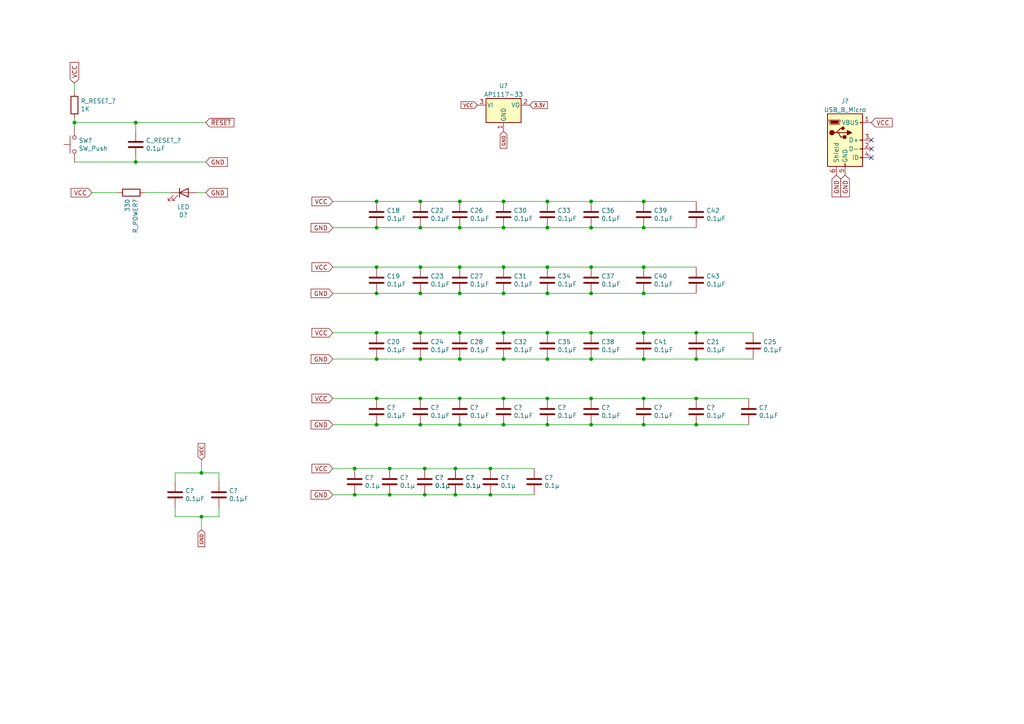
<source format=kicad_sch>
(kicad_sch (version 20211123) (generator eeschema)

  (uuid 880ba432-c50a-4b2f-a9a6-c3c488611a8e)

  (paper "A4")

  (lib_symbols
    (symbol "Connector:USB_B_Micro" (pin_names (offset 1.016)) (in_bom yes) (on_board yes)
      (property "Reference" "J" (id 0) (at -5.08 11.43 0)
        (effects (font (size 1.27 1.27)) (justify left))
      )
      (property "Value" "USB_B_Micro" (id 1) (at -5.08 8.89 0)
        (effects (font (size 1.27 1.27)) (justify left))
      )
      (property "Footprint" "" (id 2) (at 3.81 -1.27 0)
        (effects (font (size 1.27 1.27)) hide)
      )
      (property "Datasheet" "~" (id 3) (at 3.81 -1.27 0)
        (effects (font (size 1.27 1.27)) hide)
      )
      (property "ki_keywords" "connector USB micro" (id 4) (at 0 0 0)
        (effects (font (size 1.27 1.27)) hide)
      )
      (property "ki_description" "USB Micro Type B connector" (id 5) (at 0 0 0)
        (effects (font (size 1.27 1.27)) hide)
      )
      (property "ki_fp_filters" "USB*" (id 6) (at 0 0 0)
        (effects (font (size 1.27 1.27)) hide)
      )
      (symbol "USB_B_Micro_0_1"
        (rectangle (start -5.08 -7.62) (end 5.08 7.62)
          (stroke (width 0.254) (type default) (color 0 0 0 0))
          (fill (type background))
        )
        (circle (center -3.81 2.159) (radius 0.635)
          (stroke (width 0.254) (type default) (color 0 0 0 0))
          (fill (type outline))
        )
        (circle (center -0.635 3.429) (radius 0.381)
          (stroke (width 0.254) (type default) (color 0 0 0 0))
          (fill (type outline))
        )
        (rectangle (start -0.127 -7.62) (end 0.127 -6.858)
          (stroke (width 0) (type default) (color 0 0 0 0))
          (fill (type none))
        )
        (polyline
          (pts
            (xy -1.905 2.159)
            (xy 0.635 2.159)
          )
          (stroke (width 0.254) (type default) (color 0 0 0 0))
          (fill (type none))
        )
        (polyline
          (pts
            (xy -3.175 2.159)
            (xy -2.54 2.159)
            (xy -1.27 3.429)
            (xy -0.635 3.429)
          )
          (stroke (width 0.254) (type default) (color 0 0 0 0))
          (fill (type none))
        )
        (polyline
          (pts
            (xy -2.54 2.159)
            (xy -1.905 2.159)
            (xy -1.27 0.889)
            (xy 0 0.889)
          )
          (stroke (width 0.254) (type default) (color 0 0 0 0))
          (fill (type none))
        )
        (polyline
          (pts
            (xy 0.635 2.794)
            (xy 0.635 1.524)
            (xy 1.905 2.159)
            (xy 0.635 2.794)
          )
          (stroke (width 0.254) (type default) (color 0 0 0 0))
          (fill (type outline))
        )
        (polyline
          (pts
            (xy -4.318 5.588)
            (xy -1.778 5.588)
            (xy -2.032 4.826)
            (xy -4.064 4.826)
            (xy -4.318 5.588)
          )
          (stroke (width 0) (type default) (color 0 0 0 0))
          (fill (type outline))
        )
        (polyline
          (pts
            (xy -4.699 5.842)
            (xy -4.699 5.588)
            (xy -4.445 4.826)
            (xy -4.445 4.572)
            (xy -1.651 4.572)
            (xy -1.651 4.826)
            (xy -1.397 5.588)
            (xy -1.397 5.842)
            (xy -4.699 5.842)
          )
          (stroke (width 0) (type default) (color 0 0 0 0))
          (fill (type none))
        )
        (rectangle (start 0.254 1.27) (end -0.508 0.508)
          (stroke (width 0.254) (type default) (color 0 0 0 0))
          (fill (type outline))
        )
        (rectangle (start 5.08 -5.207) (end 4.318 -4.953)
          (stroke (width 0) (type default) (color 0 0 0 0))
          (fill (type none))
        )
        (rectangle (start 5.08 -2.667) (end 4.318 -2.413)
          (stroke (width 0) (type default) (color 0 0 0 0))
          (fill (type none))
        )
        (rectangle (start 5.08 -0.127) (end 4.318 0.127)
          (stroke (width 0) (type default) (color 0 0 0 0))
          (fill (type none))
        )
        (rectangle (start 5.08 4.953) (end 4.318 5.207)
          (stroke (width 0) (type default) (color 0 0 0 0))
          (fill (type none))
        )
      )
      (symbol "USB_B_Micro_1_1"
        (pin power_out line (at 7.62 5.08 180) (length 2.54)
          (name "VBUS" (effects (font (size 1.27 1.27))))
          (number "1" (effects (font (size 1.27 1.27))))
        )
        (pin bidirectional line (at 7.62 -2.54 180) (length 2.54)
          (name "D-" (effects (font (size 1.27 1.27))))
          (number "2" (effects (font (size 1.27 1.27))))
        )
        (pin bidirectional line (at 7.62 0 180) (length 2.54)
          (name "D+" (effects (font (size 1.27 1.27))))
          (number "3" (effects (font (size 1.27 1.27))))
        )
        (pin passive line (at 7.62 -5.08 180) (length 2.54)
          (name "ID" (effects (font (size 1.27 1.27))))
          (number "4" (effects (font (size 1.27 1.27))))
        )
        (pin power_out line (at 0 -10.16 90) (length 2.54)
          (name "GND" (effects (font (size 1.27 1.27))))
          (number "5" (effects (font (size 1.27 1.27))))
        )
        (pin passive line (at -2.54 -10.16 90) (length 2.54)
          (name "Shield" (effects (font (size 1.27 1.27))))
          (number "6" (effects (font (size 1.27 1.27))))
        )
      )
    )
    (symbol "Device:C" (pin_numbers hide) (pin_names (offset 0.254)) (in_bom yes) (on_board yes)
      (property "Reference" "C" (id 0) (at 0.635 2.54 0)
        (effects (font (size 1.27 1.27)) (justify left))
      )
      (property "Value" "C" (id 1) (at 0.635 -2.54 0)
        (effects (font (size 1.27 1.27)) (justify left))
      )
      (property "Footprint" "" (id 2) (at 0.9652 -3.81 0)
        (effects (font (size 1.27 1.27)) hide)
      )
      (property "Datasheet" "~" (id 3) (at 0 0 0)
        (effects (font (size 1.27 1.27)) hide)
      )
      (property "ki_keywords" "cap capacitor" (id 4) (at 0 0 0)
        (effects (font (size 1.27 1.27)) hide)
      )
      (property "ki_description" "Unpolarized capacitor" (id 5) (at 0 0 0)
        (effects (font (size 1.27 1.27)) hide)
      )
      (property "ki_fp_filters" "C_*" (id 6) (at 0 0 0)
        (effects (font (size 1.27 1.27)) hide)
      )
      (symbol "C_0_1"
        (polyline
          (pts
            (xy -2.032 -0.762)
            (xy 2.032 -0.762)
          )
          (stroke (width 0.508) (type default) (color 0 0 0 0))
          (fill (type none))
        )
        (polyline
          (pts
            (xy -2.032 0.762)
            (xy 2.032 0.762)
          )
          (stroke (width 0.508) (type default) (color 0 0 0 0))
          (fill (type none))
        )
      )
      (symbol "C_1_1"
        (pin passive line (at 0 3.81 270) (length 2.794)
          (name "~" (effects (font (size 1.27 1.27))))
          (number "1" (effects (font (size 1.27 1.27))))
        )
        (pin passive line (at 0 -3.81 90) (length 2.794)
          (name "~" (effects (font (size 1.27 1.27))))
          (number "2" (effects (font (size 1.27 1.27))))
        )
      )
    )
    (symbol "Device:LED" (pin_numbers hide) (pin_names (offset 1.016) hide) (in_bom yes) (on_board yes)
      (property "Reference" "D" (id 0) (at 0 2.54 0)
        (effects (font (size 1.27 1.27)))
      )
      (property "Value" "LED" (id 1) (at 0 -2.54 0)
        (effects (font (size 1.27 1.27)))
      )
      (property "Footprint" "" (id 2) (at 0 0 0)
        (effects (font (size 1.27 1.27)) hide)
      )
      (property "Datasheet" "~" (id 3) (at 0 0 0)
        (effects (font (size 1.27 1.27)) hide)
      )
      (property "ki_keywords" "LED diode" (id 4) (at 0 0 0)
        (effects (font (size 1.27 1.27)) hide)
      )
      (property "ki_description" "Light emitting diode" (id 5) (at 0 0 0)
        (effects (font (size 1.27 1.27)) hide)
      )
      (property "ki_fp_filters" "LED* LED_SMD:* LED_THT:*" (id 6) (at 0 0 0)
        (effects (font (size 1.27 1.27)) hide)
      )
      (symbol "LED_0_1"
        (polyline
          (pts
            (xy -1.27 -1.27)
            (xy -1.27 1.27)
          )
          (stroke (width 0.254) (type default) (color 0 0 0 0))
          (fill (type none))
        )
        (polyline
          (pts
            (xy -1.27 0)
            (xy 1.27 0)
          )
          (stroke (width 0) (type default) (color 0 0 0 0))
          (fill (type none))
        )
        (polyline
          (pts
            (xy 1.27 -1.27)
            (xy 1.27 1.27)
            (xy -1.27 0)
            (xy 1.27 -1.27)
          )
          (stroke (width 0.254) (type default) (color 0 0 0 0))
          (fill (type none))
        )
        (polyline
          (pts
            (xy -3.048 -0.762)
            (xy -4.572 -2.286)
            (xy -3.81 -2.286)
            (xy -4.572 -2.286)
            (xy -4.572 -1.524)
          )
          (stroke (width 0) (type default) (color 0 0 0 0))
          (fill (type none))
        )
        (polyline
          (pts
            (xy -1.778 -0.762)
            (xy -3.302 -2.286)
            (xy -2.54 -2.286)
            (xy -3.302 -2.286)
            (xy -3.302 -1.524)
          )
          (stroke (width 0) (type default) (color 0 0 0 0))
          (fill (type none))
        )
      )
      (symbol "LED_1_1"
        (pin passive line (at -3.81 0 0) (length 2.54)
          (name "K" (effects (font (size 1.27 1.27))))
          (number "1" (effects (font (size 1.27 1.27))))
        )
        (pin passive line (at 3.81 0 180) (length 2.54)
          (name "A" (effects (font (size 1.27 1.27))))
          (number "2" (effects (font (size 1.27 1.27))))
        )
      )
    )
    (symbol "Device:R" (pin_numbers hide) (pin_names (offset 0)) (in_bom yes) (on_board yes)
      (property "Reference" "R" (id 0) (at 2.032 0 90)
        (effects (font (size 1.27 1.27)))
      )
      (property "Value" "R" (id 1) (at 0 0 90)
        (effects (font (size 1.27 1.27)))
      )
      (property "Footprint" "" (id 2) (at -1.778 0 90)
        (effects (font (size 1.27 1.27)) hide)
      )
      (property "Datasheet" "~" (id 3) (at 0 0 0)
        (effects (font (size 1.27 1.27)) hide)
      )
      (property "ki_keywords" "R res resistor" (id 4) (at 0 0 0)
        (effects (font (size 1.27 1.27)) hide)
      )
      (property "ki_description" "Resistor" (id 5) (at 0 0 0)
        (effects (font (size 1.27 1.27)) hide)
      )
      (property "ki_fp_filters" "R_*" (id 6) (at 0 0 0)
        (effects (font (size 1.27 1.27)) hide)
      )
      (symbol "R_0_1"
        (rectangle (start -1.016 -2.54) (end 1.016 2.54)
          (stroke (width 0.254) (type default) (color 0 0 0 0))
          (fill (type none))
        )
      )
      (symbol "R_1_1"
        (pin passive line (at 0 3.81 270) (length 1.27)
          (name "~" (effects (font (size 1.27 1.27))))
          (number "1" (effects (font (size 1.27 1.27))))
        )
        (pin passive line (at 0 -3.81 90) (length 1.27)
          (name "~" (effects (font (size 1.27 1.27))))
          (number "2" (effects (font (size 1.27 1.27))))
        )
      )
    )
    (symbol "Regulator_Linear:AP1117-33" (pin_names (offset 0.254)) (in_bom yes) (on_board yes)
      (property "Reference" "U" (id 0) (at -3.81 3.175 0)
        (effects (font (size 1.27 1.27)))
      )
      (property "Value" "AP1117-33" (id 1) (at 0 3.175 0)
        (effects (font (size 1.27 1.27)) (justify left))
      )
      (property "Footprint" "Package_TO_SOT_SMD:SOT-223-3_TabPin2" (id 2) (at 0 5.08 0)
        (effects (font (size 1.27 1.27)) hide)
      )
      (property "Datasheet" "http://www.diodes.com/datasheets/AP1117.pdf" (id 3) (at 2.54 -6.35 0)
        (effects (font (size 1.27 1.27)) hide)
      )
      (property "ki_keywords" "linear regulator ldo fixed positive obsolete" (id 4) (at 0 0 0)
        (effects (font (size 1.27 1.27)) hide)
      )
      (property "ki_description" "1A Low Dropout regulator, positive, 3.3V fixed output, SOT-223" (id 5) (at 0 0 0)
        (effects (font (size 1.27 1.27)) hide)
      )
      (property "ki_fp_filters" "SOT?223*TabPin2*" (id 6) (at 0 0 0)
        (effects (font (size 1.27 1.27)) hide)
      )
      (symbol "AP1117-33_0_1"
        (rectangle (start -5.08 -5.08) (end 5.08 1.905)
          (stroke (width 0.254) (type default) (color 0 0 0 0))
          (fill (type background))
        )
      )
      (symbol "AP1117-33_1_1"
        (pin power_in line (at 0 -7.62 90) (length 2.54)
          (name "GND" (effects (font (size 1.27 1.27))))
          (number "1" (effects (font (size 1.27 1.27))))
        )
        (pin power_out line (at 7.62 0 180) (length 2.54)
          (name "VO" (effects (font (size 1.27 1.27))))
          (number "2" (effects (font (size 1.27 1.27))))
        )
        (pin power_in line (at -7.62 0 0) (length 2.54)
          (name "VI" (effects (font (size 1.27 1.27))))
          (number "3" (effects (font (size 1.27 1.27))))
        )
      )
    )
    (symbol "Switch:SW_Push" (pin_numbers hide) (pin_names (offset 1.016) hide) (in_bom yes) (on_board yes)
      (property "Reference" "SW" (id 0) (at 1.27 2.54 0)
        (effects (font (size 1.27 1.27)) (justify left))
      )
      (property "Value" "SW_Push" (id 1) (at 0 -1.524 0)
        (effects (font (size 1.27 1.27)))
      )
      (property "Footprint" "" (id 2) (at 0 5.08 0)
        (effects (font (size 1.27 1.27)) hide)
      )
      (property "Datasheet" "~" (id 3) (at 0 5.08 0)
        (effects (font (size 1.27 1.27)) hide)
      )
      (property "ki_keywords" "switch normally-open pushbutton push-button" (id 4) (at 0 0 0)
        (effects (font (size 1.27 1.27)) hide)
      )
      (property "ki_description" "Push button switch, generic, two pins" (id 5) (at 0 0 0)
        (effects (font (size 1.27 1.27)) hide)
      )
      (symbol "SW_Push_0_1"
        (circle (center -2.032 0) (radius 0.508)
          (stroke (width 0) (type default) (color 0 0 0 0))
          (fill (type none))
        )
        (polyline
          (pts
            (xy 0 1.27)
            (xy 0 3.048)
          )
          (stroke (width 0) (type default) (color 0 0 0 0))
          (fill (type none))
        )
        (polyline
          (pts
            (xy 2.54 1.27)
            (xy -2.54 1.27)
          )
          (stroke (width 0) (type default) (color 0 0 0 0))
          (fill (type none))
        )
        (circle (center 2.032 0) (radius 0.508)
          (stroke (width 0) (type default) (color 0 0 0 0))
          (fill (type none))
        )
        (pin passive line (at -5.08 0 0) (length 2.54)
          (name "1" (effects (font (size 1.27 1.27))))
          (number "1" (effects (font (size 1.27 1.27))))
        )
        (pin passive line (at 5.08 0 180) (length 2.54)
          (name "2" (effects (font (size 1.27 1.27))))
          (number "2" (effects (font (size 1.27 1.27))))
        )
      )
    )
  )

  (junction (at 186.69 85.09) (diameter 0) (color 0 0 0 0)
    (uuid 022588e0-b13d-437f-9bcd-269592ad2f45)
  )
  (junction (at 158.75 77.47) (diameter 0) (color 0 0 0 0)
    (uuid 036b8512-01d7-4ae8-9424-98a629a13916)
  )
  (junction (at 133.35 85.09) (diameter 0) (color 0 0 0 0)
    (uuid 07067c34-b193-4bcc-8190-0c57a59672eb)
  )
  (junction (at 121.92 115.57) (diameter 0) (color 0 0 0 0)
    (uuid 07ef5094-c462-40fb-a2d2-b73d42776ffd)
  )
  (junction (at 102.87 143.51) (diameter 0) (color 0 0 0 0)
    (uuid 097cfb62-ea62-49bc-a3a8-35286177b407)
  )
  (junction (at 58.42 137.16) (diameter 0) (color 0 0 0 0)
    (uuid 0a61180e-10f7-40e3-87ac-da4247c34c07)
  )
  (junction (at 113.03 143.51) (diameter 0) (color 0 0 0 0)
    (uuid 10a6f791-2daf-49ab-ad3a-07143eb14c15)
  )
  (junction (at 186.69 96.52) (diameter 0) (color 0 0 0 0)
    (uuid 10dda8f1-14f0-446d-8ea7-81df64918feb)
  )
  (junction (at 121.92 104.14) (diameter 0) (color 0 0 0 0)
    (uuid 11ea1c47-8880-4fac-a338-56dc8fefb047)
  )
  (junction (at 121.92 58.42) (diameter 0) (color 0 0 0 0)
    (uuid 13c9edbf-ab0f-4e5e-abd7-cb71a5bf87c6)
  )
  (junction (at 109.22 66.04) (diameter 0) (color 0 0 0 0)
    (uuid 143cd98e-d241-4adb-8e38-e0bbbb18bcaa)
  )
  (junction (at 142.24 135.89) (diameter 0) (color 0 0 0 0)
    (uuid 15581e2b-88fa-4665-8373-0e1caad31756)
  )
  (junction (at 133.35 77.47) (diameter 0) (color 0 0 0 0)
    (uuid 16ba8369-95ab-4a20-a222-c5f04dcbaf42)
  )
  (junction (at 58.42 149.86) (diameter 0) (color 0 0 0 0)
    (uuid 1708127d-c79a-4055-a888-826ce32b141b)
  )
  (junction (at 133.35 58.42) (diameter 0) (color 0 0 0 0)
    (uuid 185fa3f1-1de2-4428-9b51-b1ee823256cb)
  )
  (junction (at 146.05 123.19) (diameter 0) (color 0 0 0 0)
    (uuid 1abe6008-a65e-48d2-9170-3d8e9e279e7a)
  )
  (junction (at 201.93 123.19) (diameter 0) (color 0 0 0 0)
    (uuid 1e2760a7-7b87-44dd-89d3-5c73fc1b7fb4)
  )
  (junction (at 158.75 58.42) (diameter 0) (color 0 0 0 0)
    (uuid 214d6226-3348-429a-b28a-d46a173557ea)
  )
  (junction (at 158.75 104.14) (diameter 0) (color 0 0 0 0)
    (uuid 22007492-0955-49b9-aba5-ba108046ec8c)
  )
  (junction (at 121.92 123.19) (diameter 0) (color 0 0 0 0)
    (uuid 22a8f115-1b9f-4a45-8a54-de5eb9a009ae)
  )
  (junction (at 158.75 115.57) (diameter 0) (color 0 0 0 0)
    (uuid 240c1267-7548-4ea5-872d-81581d0793f4)
  )
  (junction (at 39.37 35.56) (diameter 0) (color 0 0 0 0)
    (uuid 244fb7ec-503a-4ff3-b864-88fcade9f063)
  )
  (junction (at 201.93 115.57) (diameter 0) (color 0 0 0 0)
    (uuid 2820bd4b-60bb-48b6-b1f2-d1cf18394c72)
  )
  (junction (at 186.69 58.42) (diameter 0) (color 0 0 0 0)
    (uuid 2a72fbc5-e712-4285-8bc9-65a5a2b25e3d)
  )
  (junction (at 121.92 96.52) (diameter 0) (color 0 0 0 0)
    (uuid 2f79b45c-a332-472d-bc41-f58511c6b165)
  )
  (junction (at 133.35 104.14) (diameter 0) (color 0 0 0 0)
    (uuid 37502108-2b28-4507-ab87-1303c1350c7b)
  )
  (junction (at 109.22 96.52) (diameter 0) (color 0 0 0 0)
    (uuid 383eddb9-0218-4782-b725-55439cf98f8c)
  )
  (junction (at 146.05 85.09) (diameter 0) (color 0 0 0 0)
    (uuid 480a702d-a1ac-40af-9585-0034553e6350)
  )
  (junction (at 158.75 96.52) (diameter 0) (color 0 0 0 0)
    (uuid 4cb1769b-3ada-4056-9b23-6697076152db)
  )
  (junction (at 121.92 66.04) (diameter 0) (color 0 0 0 0)
    (uuid 52a3a5a3-e713-4d78-af0b-4522e02272d9)
  )
  (junction (at 201.93 96.52) (diameter 0) (color 0 0 0 0)
    (uuid 54a3f7bd-8838-44a0-932f-9a4c99be2a61)
  )
  (junction (at 186.69 115.57) (diameter 0) (color 0 0 0 0)
    (uuid 55dcf39c-cefe-4e77-b74f-863fcbc863b7)
  )
  (junction (at 171.45 115.57) (diameter 0) (color 0 0 0 0)
    (uuid 5976b3d3-8d86-4a55-bd7b-ac498b31ccb6)
  )
  (junction (at 201.93 104.14) (diameter 0) (color 0 0 0 0)
    (uuid 61bc4bcb-3563-4b18-96e2-a419574ed3f5)
  )
  (junction (at 21.59 35.56) (diameter 0) (color 0 0 0 0)
    (uuid 62b9d366-5b0d-489a-abce-d51dbbe88deb)
  )
  (junction (at 158.75 85.09) (diameter 0) (color 0 0 0 0)
    (uuid 655370de-bd34-4907-8ca8-be3c06ec68ac)
  )
  (junction (at 146.05 96.52) (diameter 0) (color 0 0 0 0)
    (uuid 65a31600-988a-4b5c-91a6-993c9e6e7139)
  )
  (junction (at 171.45 96.52) (diameter 0) (color 0 0 0 0)
    (uuid 69aea7f8-a831-4163-9467-4da4756a6361)
  )
  (junction (at 186.69 66.04) (diameter 0) (color 0 0 0 0)
    (uuid 6ce6ab32-0e55-4b5a-a665-941342973e5a)
  )
  (junction (at 171.45 104.14) (diameter 0) (color 0 0 0 0)
    (uuid 6f37ec1e-5ad3-479c-9ed2-3de6142dc42f)
  )
  (junction (at 109.22 58.42) (diameter 0) (color 0 0 0 0)
    (uuid 75a2dcd3-f42f-4845-94c2-372f857d4215)
  )
  (junction (at 171.45 77.47) (diameter 0) (color 0 0 0 0)
    (uuid 77ca074f-5c0b-445f-8438-fca5403fe42d)
  )
  (junction (at 113.03 135.89) (diameter 0) (color 0 0 0 0)
    (uuid 7c17a0f7-7355-4ac6-a82a-aa82864b8158)
  )
  (junction (at 109.22 104.14) (diameter 0) (color 0 0 0 0)
    (uuid 818162f0-7088-4588-ba3c-976a300420af)
  )
  (junction (at 186.69 104.14) (diameter 0) (color 0 0 0 0)
    (uuid 872e537f-1674-49a5-b2c1-e9244eb53643)
  )
  (junction (at 102.87 135.89) (diameter 0) (color 0 0 0 0)
    (uuid 8e750aaf-d10c-4cea-b8af-4c36e9c2b13b)
  )
  (junction (at 186.69 123.19) (diameter 0) (color 0 0 0 0)
    (uuid 8f42f453-2b1d-400f-a94d-d0b62d47c68a)
  )
  (junction (at 123.19 143.51) (diameter 0) (color 0 0 0 0)
    (uuid 8f43fdbc-e1db-4d00-b43f-ac371666546c)
  )
  (junction (at 121.92 77.47) (diameter 0) (color 0 0 0 0)
    (uuid 8fdfa8dd-47a9-47f2-ae99-4ae68b49f013)
  )
  (junction (at 146.05 58.42) (diameter 0) (color 0 0 0 0)
    (uuid 939875b7-4ee1-4e8d-9f3f-1531879577e2)
  )
  (junction (at 146.05 115.57) (diameter 0) (color 0 0 0 0)
    (uuid 942b7eb9-5b6a-44de-be45-69353b9e7092)
  )
  (junction (at 133.35 115.57) (diameter 0) (color 0 0 0 0)
    (uuid 94973dcd-f6ee-44a7-8741-16bd03204c97)
  )
  (junction (at 171.45 66.04) (diameter 0) (color 0 0 0 0)
    (uuid 9bcd2878-10cf-472e-a1fd-71c1805987cf)
  )
  (junction (at 146.05 66.04) (diameter 0) (color 0 0 0 0)
    (uuid a18ce9ee-c2fc-447e-8fff-9e1e71300619)
  )
  (junction (at 121.92 85.09) (diameter 0) (color 0 0 0 0)
    (uuid a3aee7a6-0b89-43d3-890d-469217b0e0ba)
  )
  (junction (at 158.75 123.19) (diameter 0) (color 0 0 0 0)
    (uuid a3cf4361-bf2d-446a-9836-200ce256955b)
  )
  (junction (at 146.05 104.14) (diameter 0) (color 0 0 0 0)
    (uuid afb4dc57-44f0-4104-973f-7939094c9f14)
  )
  (junction (at 109.22 77.47) (diameter 0) (color 0 0 0 0)
    (uuid b1ed9efb-ecca-4eab-9082-788166da5fb1)
  )
  (junction (at 109.22 123.19) (diameter 0) (color 0 0 0 0)
    (uuid b5ae96db-e748-4647-954d-a5a30bf046c2)
  )
  (junction (at 158.75 66.04) (diameter 0) (color 0 0 0 0)
    (uuid b9bdee76-c9f4-40f5-a41c-7a6ed68f108c)
  )
  (junction (at 123.19 135.89) (diameter 0) (color 0 0 0 0)
    (uuid c75e4f59-b0a3-4848-b3e4-891842d5b50a)
  )
  (junction (at 171.45 58.42) (diameter 0) (color 0 0 0 0)
    (uuid c96a5cf7-4086-4138-aa83-e67b5d83f714)
  )
  (junction (at 142.24 143.51) (diameter 0) (color 0 0 0 0)
    (uuid cc044683-2717-4d96-8db2-c34f9ce9de17)
  )
  (junction (at 109.22 85.09) (diameter 0) (color 0 0 0 0)
    (uuid d0eeefca-2008-465d-b17e-fe68762a961f)
  )
  (junction (at 132.08 135.89) (diameter 0) (color 0 0 0 0)
    (uuid d338843e-2b4a-4700-85df-719fa194cc10)
  )
  (junction (at 133.35 96.52) (diameter 0) (color 0 0 0 0)
    (uuid d3ed3a63-2204-4727-b617-fe8577de5a2d)
  )
  (junction (at 171.45 123.19) (diameter 0) (color 0 0 0 0)
    (uuid d8cdbf6d-ddad-4e85-8c43-76072702135d)
  )
  (junction (at 109.22 115.57) (diameter 0) (color 0 0 0 0)
    (uuid e4bca930-382c-41f1-9953-4ed8e7c8b156)
  )
  (junction (at 132.08 143.51) (diameter 0) (color 0 0 0 0)
    (uuid e826459d-8510-4e5c-aebf-705056e6583f)
  )
  (junction (at 146.05 77.47) (diameter 0) (color 0 0 0 0)
    (uuid ed28890b-dae6-4e1b-9345-4d50f6e2842f)
  )
  (junction (at 133.35 123.19) (diameter 0) (color 0 0 0 0)
    (uuid ed4a2cdf-78f4-499a-b811-ecdbb11e30ea)
  )
  (junction (at 171.45 85.09) (diameter 0) (color 0 0 0 0)
    (uuid f289db53-328c-47da-abea-179bbf876232)
  )
  (junction (at 186.69 77.47) (diameter 0) (color 0 0 0 0)
    (uuid fcdd94e9-17c9-4fd7-80c5-d262fc6d37bb)
  )
  (junction (at 133.35 66.04) (diameter 0) (color 0 0 0 0)
    (uuid fd92efa1-1552-4631-9087-ed01ff830b16)
  )
  (junction (at 39.37 46.99) (diameter 0) (color 0 0 0 0)
    (uuid ffeb013f-6fdc-4f60-a7f8-6cd9e90d4811)
  )

  (no_connect (at 252.73 40.64) (uuid 0d47a2dc-6428-4d14-b610-7212f90b4413))
  (no_connect (at 252.73 45.72) (uuid a9c3246b-a15a-4502-9c1d-5fd1e6f2482b))
  (no_connect (at 252.73 43.18) (uuid c6167b5d-28e7-4bea-8a1b-c46e446c781a))

  (wire (pts (xy 171.45 85.09) (xy 186.69 85.09))
    (stroke (width 0) (type default) (color 0 0 0 0))
    (uuid 011fc6bd-e7cb-4071-a1d2-f8a1eca69168)
  )
  (wire (pts (xy 121.92 58.42) (xy 133.35 58.42))
    (stroke (width 0) (type default) (color 0 0 0 0))
    (uuid 0cbf7c08-ad4e-4707-9ea8-15a023aebec3)
  )
  (wire (pts (xy 96.52 85.09) (xy 109.22 85.09))
    (stroke (width 0) (type default) (color 0 0 0 0))
    (uuid 0d1cbb31-5464-433a-9655-36c4f062bc4b)
  )
  (wire (pts (xy 158.75 115.57) (xy 171.45 115.57))
    (stroke (width 0) (type default) (color 0 0 0 0))
    (uuid 0e6cb066-48ae-438c-a586-1d7d99b4bf95)
  )
  (wire (pts (xy 113.03 143.51) (xy 123.19 143.51))
    (stroke (width 0) (type default) (color 0 0 0 0))
    (uuid 0ec8f09d-558a-491e-baaa-b924617c0230)
  )
  (wire (pts (xy 158.75 77.47) (xy 171.45 77.47))
    (stroke (width 0) (type default) (color 0 0 0 0))
    (uuid 1032086f-40cf-4a4b-90d9-e4e1fa5ef4b4)
  )
  (wire (pts (xy 58.42 153.67) (xy 58.42 149.86))
    (stroke (width 0) (type default) (color 0 0 0 0))
    (uuid 129f4571-e613-4a33-bf94-31428e0d114e)
  )
  (wire (pts (xy 21.59 35.56) (xy 39.37 35.56))
    (stroke (width 0) (type default) (color 0 0 0 0))
    (uuid 152fb22d-9daa-4598-84bc-ade57e40bf32)
  )
  (wire (pts (xy 39.37 35.56) (xy 59.69 35.56))
    (stroke (width 0) (type default) (color 0 0 0 0))
    (uuid 1a329cda-e6c8-427d-9159-9e7a2103fcb2)
  )
  (wire (pts (xy 123.19 143.51) (xy 132.08 143.51))
    (stroke (width 0) (type default) (color 0 0 0 0))
    (uuid 1f640232-aba0-4a0f-8103-cec976875861)
  )
  (wire (pts (xy 121.92 123.19) (xy 133.35 123.19))
    (stroke (width 0) (type default) (color 0 0 0 0))
    (uuid 1f679051-f905-4942-b1ab-944072a95c5b)
  )
  (wire (pts (xy 146.05 77.47) (xy 158.75 77.47))
    (stroke (width 0) (type default) (color 0 0 0 0))
    (uuid 20600580-c0b1-4dc1-ae50-e9587f54d359)
  )
  (wire (pts (xy 186.69 66.04) (xy 201.93 66.04))
    (stroke (width 0) (type default) (color 0 0 0 0))
    (uuid 21d127de-8af5-4d67-bee3-714d5b8b9cc4)
  )
  (wire (pts (xy 121.92 104.14) (xy 133.35 104.14))
    (stroke (width 0) (type default) (color 0 0 0 0))
    (uuid 23353379-a930-409b-aa7c-d29820afafbd)
  )
  (wire (pts (xy 158.75 66.04) (xy 171.45 66.04))
    (stroke (width 0) (type default) (color 0 0 0 0))
    (uuid 25b84217-1b2c-403c-82dd-dd0b27f79c31)
  )
  (wire (pts (xy 146.05 85.09) (xy 158.75 85.09))
    (stroke (width 0) (type default) (color 0 0 0 0))
    (uuid 2a83413a-6337-4302-97c8-0ecd1106e7f3)
  )
  (wire (pts (xy 50.8 137.16) (xy 50.8 139.7))
    (stroke (width 0) (type default) (color 0 0 0 0))
    (uuid 2d3c1be4-eb2c-4f9b-87ff-77678dd89840)
  )
  (wire (pts (xy 109.22 66.04) (xy 121.92 66.04))
    (stroke (width 0) (type default) (color 0 0 0 0))
    (uuid 2f50f7c0-6612-43d1-a259-1dfd1fef1298)
  )
  (wire (pts (xy 58.42 149.86) (xy 63.5 149.86))
    (stroke (width 0) (type default) (color 0 0 0 0))
    (uuid 316de00f-5541-4f85-8ecc-e359df31c8b9)
  )
  (wire (pts (xy 39.37 38.1) (xy 39.37 35.56))
    (stroke (width 0) (type default) (color 0 0 0 0))
    (uuid 333ced11-eab4-4746-929f-21ce9f6034c6)
  )
  (wire (pts (xy 186.69 104.14) (xy 201.93 104.14))
    (stroke (width 0) (type default) (color 0 0 0 0))
    (uuid 3647f299-acdd-4daf-a99c-28635f573437)
  )
  (wire (pts (xy 96.52 115.57) (xy 109.22 115.57))
    (stroke (width 0) (type default) (color 0 0 0 0))
    (uuid 38a69a96-ad8a-4be0-80f8-1ab9ff71a2a3)
  )
  (wire (pts (xy 109.22 104.14) (xy 121.92 104.14))
    (stroke (width 0) (type default) (color 0 0 0 0))
    (uuid 3a885871-015c-499b-a1d3-b84195095fc7)
  )
  (wire (pts (xy 50.8 149.86) (xy 50.8 147.32))
    (stroke (width 0) (type default) (color 0 0 0 0))
    (uuid 3c39a8d8-eb76-4734-bdcd-4e331051cd1f)
  )
  (wire (pts (xy 158.75 96.52) (xy 171.45 96.52))
    (stroke (width 0) (type default) (color 0 0 0 0))
    (uuid 3ed2bd3c-5098-4937-9e45-75ccca522d6b)
  )
  (wire (pts (xy 201.93 104.14) (xy 218.44 104.14))
    (stroke (width 0) (type default) (color 0 0 0 0))
    (uuid 431cda09-502a-4478-9a72-544b5b31e882)
  )
  (wire (pts (xy 96.52 66.04) (xy 109.22 66.04))
    (stroke (width 0) (type default) (color 0 0 0 0))
    (uuid 45f0cb1c-4985-416b-8747-faea2a2643af)
  )
  (wire (pts (xy 96.52 104.14) (xy 109.22 104.14))
    (stroke (width 0) (type default) (color 0 0 0 0))
    (uuid 4711a164-c77c-4f6a-853c-37761102f3cf)
  )
  (wire (pts (xy 146.05 58.42) (xy 158.75 58.42))
    (stroke (width 0) (type default) (color 0 0 0 0))
    (uuid 48d0d741-bfa4-4f11-ae9f-367490396969)
  )
  (wire (pts (xy 133.35 115.57) (xy 146.05 115.57))
    (stroke (width 0) (type default) (color 0 0 0 0))
    (uuid 49ae75bc-1a29-4611-b654-4dc02db01b54)
  )
  (wire (pts (xy 142.24 135.89) (xy 154.94 135.89))
    (stroke (width 0) (type default) (color 0 0 0 0))
    (uuid 4ae959da-52c2-436c-97eb-736ca1470caa)
  )
  (wire (pts (xy 21.59 35.56) (xy 21.59 36.83))
    (stroke (width 0) (type default) (color 0 0 0 0))
    (uuid 4c2bc77f-7921-40fc-9f40-ad9a27c098ac)
  )
  (wire (pts (xy 132.08 135.89) (xy 142.24 135.89))
    (stroke (width 0) (type default) (color 0 0 0 0))
    (uuid 50e8ee10-79b4-4eeb-b6c5-d4a6c591162a)
  )
  (wire (pts (xy 171.45 66.04) (xy 186.69 66.04))
    (stroke (width 0) (type default) (color 0 0 0 0))
    (uuid 515824bf-03d8-49cc-acba-7fc50cd35a17)
  )
  (wire (pts (xy 39.37 45.72) (xy 39.37 46.99))
    (stroke (width 0) (type default) (color 0 0 0 0))
    (uuid 528e6831-4f9e-40d7-8cdc-e7a3d53046de)
  )
  (wire (pts (xy 132.08 143.51) (xy 142.24 143.51))
    (stroke (width 0) (type default) (color 0 0 0 0))
    (uuid 55632225-54c4-4ad4-8684-45ac8d07623d)
  )
  (wire (pts (xy 21.59 34.29) (xy 21.59 35.56))
    (stroke (width 0) (type default) (color 0 0 0 0))
    (uuid 597de31f-b504-4d29-9c44-f80f78d94120)
  )
  (wire (pts (xy 186.69 58.42) (xy 201.93 58.42))
    (stroke (width 0) (type default) (color 0 0 0 0))
    (uuid 5b2643ee-88a5-4933-a722-50cbd901a5cf)
  )
  (wire (pts (xy 201.93 115.57) (xy 217.17 115.57))
    (stroke (width 0) (type default) (color 0 0 0 0))
    (uuid 5c04f270-8862-49e0-9a66-e6e05948cbe4)
  )
  (wire (pts (xy 142.24 143.51) (xy 154.94 143.51))
    (stroke (width 0) (type default) (color 0 0 0 0))
    (uuid 5cb46133-12ad-46b7-803f-1d5d41ab776c)
  )
  (wire (pts (xy 21.59 24.13) (xy 21.59 26.67))
    (stroke (width 0) (type default) (color 0 0 0 0))
    (uuid 5ed82834-e6b4-4dfe-8718-ea11efcd37bb)
  )
  (wire (pts (xy 96.52 58.42) (xy 109.22 58.42))
    (stroke (width 0) (type default) (color 0 0 0 0))
    (uuid 5ee8cd1e-4cad-486e-8310-ac9a25926b7c)
  )
  (wire (pts (xy 171.45 104.14) (xy 186.69 104.14))
    (stroke (width 0) (type default) (color 0 0 0 0))
    (uuid 62985acd-3af1-4d76-9511-76ab223b026f)
  )
  (wire (pts (xy 109.22 123.19) (xy 121.92 123.19))
    (stroke (width 0) (type default) (color 0 0 0 0))
    (uuid 67a596b4-7df3-405e-9deb-71b2d04d16d2)
  )
  (wire (pts (xy 96.52 123.19) (xy 109.22 123.19))
    (stroke (width 0) (type default) (color 0 0 0 0))
    (uuid 6a49305a-cbb4-4cf2-b1e9-965cf6e3a32a)
  )
  (wire (pts (xy 158.75 104.14) (xy 171.45 104.14))
    (stroke (width 0) (type default) (color 0 0 0 0))
    (uuid 6ab46ec1-36a1-49e5-b4a7-6a23b53c3882)
  )
  (wire (pts (xy 59.69 55.88) (xy 57.15 55.88))
    (stroke (width 0) (type default) (color 0 0 0 0))
    (uuid 6bf78cd4-af86-4d12-8376-64e39efc9ade)
  )
  (wire (pts (xy 109.22 115.57) (xy 121.92 115.57))
    (stroke (width 0) (type default) (color 0 0 0 0))
    (uuid 6cfc0513-e8e9-49fd-a82a-8f3e55d53271)
  )
  (wire (pts (xy 171.45 58.42) (xy 186.69 58.42))
    (stroke (width 0) (type default) (color 0 0 0 0))
    (uuid 6de417c4-bbd8-4baa-9d56-4b30a455e9c2)
  )
  (wire (pts (xy 113.03 135.89) (xy 123.19 135.89))
    (stroke (width 0) (type default) (color 0 0 0 0))
    (uuid 6e1ab01f-4a3a-4a8d-abcf-d7640f3baa18)
  )
  (wire (pts (xy 146.05 123.19) (xy 158.75 123.19))
    (stroke (width 0) (type default) (color 0 0 0 0))
    (uuid 6fba7f00-b9cd-4eac-905f-211773fdf335)
  )
  (wire (pts (xy 171.45 115.57) (xy 186.69 115.57))
    (stroke (width 0) (type default) (color 0 0 0 0))
    (uuid 780b46c9-b899-46c8-8de6-695e8d72eaf8)
  )
  (wire (pts (xy 133.35 96.52) (xy 146.05 96.52))
    (stroke (width 0) (type default) (color 0 0 0 0))
    (uuid 78e1aefb-c867-4fd5-8894-afd84cfae35d)
  )
  (wire (pts (xy 121.92 77.47) (xy 133.35 77.47))
    (stroke (width 0) (type default) (color 0 0 0 0))
    (uuid 7d3538ba-8c1d-4b31-8c26-332f004a66b4)
  )
  (wire (pts (xy 146.05 96.52) (xy 158.75 96.52))
    (stroke (width 0) (type default) (color 0 0 0 0))
    (uuid 7fba9bc4-e2fc-44db-becb-824fa6b8bfd4)
  )
  (wire (pts (xy 58.42 133.35) (xy 58.42 137.16))
    (stroke (width 0) (type default) (color 0 0 0 0))
    (uuid 8289210a-acab-4a37-9128-3a47aef4162f)
  )
  (wire (pts (xy 63.5 149.86) (xy 63.5 147.32))
    (stroke (width 0) (type default) (color 0 0 0 0))
    (uuid 837326be-8387-49eb-a8f6-bd15864a47d2)
  )
  (wire (pts (xy 133.35 66.04) (xy 146.05 66.04))
    (stroke (width 0) (type default) (color 0 0 0 0))
    (uuid 850be0da-daf7-4941-890b-6033e5b9949a)
  )
  (wire (pts (xy 96.52 96.52) (xy 109.22 96.52))
    (stroke (width 0) (type default) (color 0 0 0 0))
    (uuid 86009623-7ac8-4978-80ef-a88341abc73b)
  )
  (wire (pts (xy 102.87 135.89) (xy 113.03 135.89))
    (stroke (width 0) (type default) (color 0 0 0 0))
    (uuid 8852ff21-0133-4bdb-937a-e27f97793fc5)
  )
  (wire (pts (xy 21.59 46.99) (xy 39.37 46.99))
    (stroke (width 0) (type default) (color 0 0 0 0))
    (uuid 8915f1ae-250e-4a50-84ab-90da7042aaeb)
  )
  (wire (pts (xy 171.45 96.52) (xy 186.69 96.52))
    (stroke (width 0) (type default) (color 0 0 0 0))
    (uuid 899dc87f-c173-422f-baae-91407167e130)
  )
  (wire (pts (xy 26.67 55.88) (xy 34.29 55.88))
    (stroke (width 0) (type default) (color 0 0 0 0))
    (uuid 8a347a95-d357-480e-ac0c-88aea3553934)
  )
  (wire (pts (xy 109.22 96.52) (xy 121.92 96.52))
    (stroke (width 0) (type default) (color 0 0 0 0))
    (uuid 8c11e7ec-5b3a-4ce8-907d-0c3c7a56d260)
  )
  (wire (pts (xy 133.35 77.47) (xy 146.05 77.47))
    (stroke (width 0) (type default) (color 0 0 0 0))
    (uuid 93805ac1-5511-4b97-b528-5ded5985246e)
  )
  (wire (pts (xy 63.5 137.16) (xy 63.5 139.7))
    (stroke (width 0) (type default) (color 0 0 0 0))
    (uuid 97796e79-257b-421a-a2c4-d254f30a3729)
  )
  (wire (pts (xy 96.52 77.47) (xy 109.22 77.47))
    (stroke (width 0) (type default) (color 0 0 0 0))
    (uuid 9919273f-c910-496e-8488-4b7a73407272)
  )
  (wire (pts (xy 158.75 123.19) (xy 171.45 123.19))
    (stroke (width 0) (type default) (color 0 0 0 0))
    (uuid 9be2ae3e-f84a-494a-80b7-901d576398d2)
  )
  (wire (pts (xy 121.92 115.57) (xy 133.35 115.57))
    (stroke (width 0) (type default) (color 0 0 0 0))
    (uuid 9f6e67d4-3977-4c0e-884c-37bb3138cc00)
  )
  (wire (pts (xy 158.75 85.09) (xy 171.45 85.09))
    (stroke (width 0) (type default) (color 0 0 0 0))
    (uuid a035b958-9e1d-48d1-995e-9de4d0511a05)
  )
  (wire (pts (xy 186.69 96.52) (xy 201.93 96.52))
    (stroke (width 0) (type default) (color 0 0 0 0))
    (uuid a19e9908-adfd-4956-930a-af07cee75959)
  )
  (wire (pts (xy 186.69 115.57) (xy 201.93 115.57))
    (stroke (width 0) (type default) (color 0 0 0 0))
    (uuid a21bb026-0d87-402a-b62f-96cf2773682b)
  )
  (wire (pts (xy 171.45 77.47) (xy 186.69 77.47))
    (stroke (width 0) (type default) (color 0 0 0 0))
    (uuid a524fc8f-8ade-4cb9-a3b4-3aa2fc51d32e)
  )
  (wire (pts (xy 58.42 137.16) (xy 50.8 137.16))
    (stroke (width 0) (type default) (color 0 0 0 0))
    (uuid a6826b4f-776b-4bd9-b744-446fe93d03bf)
  )
  (wire (pts (xy 96.52 143.51) (xy 102.87 143.51))
    (stroke (width 0) (type default) (color 0 0 0 0))
    (uuid a8435728-b65c-4af6-ba8e-06a3e0ee69b5)
  )
  (wire (pts (xy 41.91 55.88) (xy 49.53 55.88))
    (stroke (width 0) (type default) (color 0 0 0 0))
    (uuid aa2c5c63-bdc1-4ddc-87e7-50dbc702422f)
  )
  (wire (pts (xy 146.05 115.57) (xy 158.75 115.57))
    (stroke (width 0) (type default) (color 0 0 0 0))
    (uuid aac8bc58-3da8-40b7-8a1c-586e483293eb)
  )
  (wire (pts (xy 102.87 143.51) (xy 113.03 143.51))
    (stroke (width 0) (type default) (color 0 0 0 0))
    (uuid af9a44cc-cb0d-4ca2-8f7a-a036f9f71b94)
  )
  (wire (pts (xy 133.35 123.19) (xy 146.05 123.19))
    (stroke (width 0) (type default) (color 0 0 0 0))
    (uuid bb242307-fff4-4805-8666-b30610f7073f)
  )
  (wire (pts (xy 171.45 123.19) (xy 186.69 123.19))
    (stroke (width 0) (type default) (color 0 0 0 0))
    (uuid c0d8d371-785a-481d-bb77-7ecfd2df1fe0)
  )
  (wire (pts (xy 121.92 66.04) (xy 133.35 66.04))
    (stroke (width 0) (type default) (color 0 0 0 0))
    (uuid c16e794b-f798-4dc8-9327-6ed8af66fc09)
  )
  (wire (pts (xy 109.22 58.42) (xy 121.92 58.42))
    (stroke (width 0) (type default) (color 0 0 0 0))
    (uuid c7bc51cd-515e-4367-ab8a-c044266252d0)
  )
  (wire (pts (xy 201.93 123.19) (xy 217.17 123.19))
    (stroke (width 0) (type default) (color 0 0 0 0))
    (uuid cbe5c756-8247-4522-9d80-713dfe3da880)
  )
  (wire (pts (xy 133.35 104.14) (xy 146.05 104.14))
    (stroke (width 0) (type default) (color 0 0 0 0))
    (uuid d1f9c65f-de01-47f2-ba4a-abbe15e4014e)
  )
  (wire (pts (xy 133.35 58.42) (xy 146.05 58.42))
    (stroke (width 0) (type default) (color 0 0 0 0))
    (uuid d25393d8-853d-4730-8877-120beda1dfef)
  )
  (wire (pts (xy 186.69 123.19) (xy 201.93 123.19))
    (stroke (width 0) (type default) (color 0 0 0 0))
    (uuid db665afc-56bb-4805-927a-867ec168880e)
  )
  (wire (pts (xy 39.37 46.99) (xy 59.69 46.99))
    (stroke (width 0) (type default) (color 0 0 0 0))
    (uuid dcb6960c-3ce3-484b-b918-9193b488f1bc)
  )
  (wire (pts (xy 109.22 77.47) (xy 121.92 77.47))
    (stroke (width 0) (type default) (color 0 0 0 0))
    (uuid e1a69590-8f29-4d86-b839-def932359d56)
  )
  (wire (pts (xy 58.42 137.16) (xy 63.5 137.16))
    (stroke (width 0) (type default) (color 0 0 0 0))
    (uuid e2396ba1-ec79-46b6-9fbc-787e7c9855c4)
  )
  (wire (pts (xy 201.93 96.52) (xy 218.44 96.52))
    (stroke (width 0) (type default) (color 0 0 0 0))
    (uuid e61c85fe-5e7d-4363-afd0-6f19adce864b)
  )
  (wire (pts (xy 96.52 135.89) (xy 102.87 135.89))
    (stroke (width 0) (type default) (color 0 0 0 0))
    (uuid e701d8b1-93c5-4983-994e-abd491292d36)
  )
  (wire (pts (xy 158.75 58.42) (xy 171.45 58.42))
    (stroke (width 0) (type default) (color 0 0 0 0))
    (uuid e8597d5f-e0bb-4d0f-ade4-44ca6c12c3d1)
  )
  (wire (pts (xy 121.92 85.09) (xy 133.35 85.09))
    (stroke (width 0) (type default) (color 0 0 0 0))
    (uuid ec53828e-8f84-4d57-89ec-f3dfe58594da)
  )
  (wire (pts (xy 123.19 135.89) (xy 132.08 135.89))
    (stroke (width 0) (type default) (color 0 0 0 0))
    (uuid eef054e1-0aae-4f09-867c-b283c8a9b29e)
  )
  (wire (pts (xy 58.42 149.86) (xy 50.8 149.86))
    (stroke (width 0) (type default) (color 0 0 0 0))
    (uuid effcbefa-0b7e-4775-a0ca-691fb951b145)
  )
  (wire (pts (xy 121.92 96.52) (xy 133.35 96.52))
    (stroke (width 0) (type default) (color 0 0 0 0))
    (uuid f55b6ce7-6069-4bae-a7df-8f42f38a098d)
  )
  (wire (pts (xy 109.22 85.09) (xy 121.92 85.09))
    (stroke (width 0) (type default) (color 0 0 0 0))
    (uuid f6531c14-dda4-4ea4-8b95-9269eda40691)
  )
  (wire (pts (xy 186.69 85.09) (xy 201.93 85.09))
    (stroke (width 0) (type default) (color 0 0 0 0))
    (uuid f74945b1-5f4c-4768-a2f8-0fe6543c9c3e)
  )
  (wire (pts (xy 146.05 104.14) (xy 158.75 104.14))
    (stroke (width 0) (type default) (color 0 0 0 0))
    (uuid f8326d52-f3d1-4639-a238-1cad6d0096e2)
  )
  (wire (pts (xy 186.69 77.47) (xy 201.93 77.47))
    (stroke (width 0) (type default) (color 0 0 0 0))
    (uuid f8c5a038-0e62-4b1b-93a0-866aa9be0c8f)
  )
  (wire (pts (xy 146.05 66.04) (xy 158.75 66.04))
    (stroke (width 0) (type default) (color 0 0 0 0))
    (uuid fb9d936b-7529-4cdc-9e50-64ef15b6fdc1)
  )
  (wire (pts (xy 133.35 85.09) (xy 146.05 85.09))
    (stroke (width 0) (type default) (color 0 0 0 0))
    (uuid ffb37e21-aabd-4773-91e8-844a832dbde9)
  )

  (global_label "GND" (shape input) (at 146.05 38.1 270) (fields_autoplaced)
    (effects (font (size 0.9906 0.9906)) (justify right))
    (uuid 0326a372-8715-47b2-8530-5b2d451efcbf)
    (property "Intersheet References" "${INTERSHEET_REFS}" (id 0) (at 71.12 198.12 0)
      (effects (font (size 1.27 1.27)) hide)
    )
  )
  (global_label "VCC" (shape input) (at 96.52 77.47 180) (fields_autoplaced)
    (effects (font (size 1.27 1.27)) (justify right))
    (uuid 0f2ae6fb-e917-45cd-a52a-30c6be887bc5)
    (property "Intersheet References" "${INTERSHEET_REFS}" (id 0) (at 35.56 -85.09 0)
      (effects (font (size 1.27 1.27)) hide)
    )
  )
  (global_label "VCC" (shape input) (at 138.43 30.48 180) (fields_autoplaced)
    (effects (font (size 0.9906 0.9906)) (justify right))
    (uuid 1c621022-f277-4ad4-8e86-e43ca892ebc2)
    (property "Intersheet References" "${INTERSHEET_REFS}" (id 0) (at -21.59 -92.71 0)
      (effects (font (size 1.27 1.27)) hide)
    )
  )
  (global_label "VCC" (shape input) (at 96.52 135.89 180) (fields_autoplaced)
    (effects (font (size 1.27 1.27)) (justify right))
    (uuid 201b3fbe-f8ad-42b5-a341-7aa4fd6d2e3f)
    (property "Intersheet References" "${INTERSHEET_REFS}" (id 0) (at 24.13 11.43 0)
      (effects (font (size 1.27 1.27)) hide)
    )
  )
  (global_label "3.3V" (shape input) (at 153.67 30.48 0) (fields_autoplaced)
    (effects (font (size 0.9906 0.9906)) (justify left))
    (uuid 2600f9c4-ff7d-468d-9bbc-9f6602602abc)
    (property "Intersheet References" "${INTERSHEET_REFS}" (id 0) (at 158.7598 30.4181 0)
      (effects (font (size 0.9906 0.9906)) (justify left) hide)
    )
  )
  (global_label "GND" (shape input) (at 96.52 66.04 180) (fields_autoplaced)
    (effects (font (size 1.27 1.27)) (justify right))
    (uuid 2cfc4d8d-11d8-46a5-9811-89e52e5150ee)
    (property "Intersheet References" "${INTERSHEET_REFS}" (id 0) (at 35.56 -104.14 0)
      (effects (font (size 1.27 1.27)) hide)
    )
  )
  (global_label "VCC" (shape input) (at 58.42 133.35 90) (fields_autoplaced)
    (effects (font (size 0.9906 0.9906)) (justify left))
    (uuid 39d65974-d8dc-4813-9d2e-c28a14c65409)
    (property "Intersheet References" "${INTERSHEET_REFS}" (id 0) (at -73.66 -17.78 0)
      (effects (font (size 1.27 1.27)) hide)
    )
  )
  (global_label "VCC" (shape input) (at 252.73 35.56 0) (fields_autoplaced)
    (effects (font (size 1.27 1.27)) (justify left))
    (uuid 41dbfae4-b8af-4bf7-b232-1289b5bd393e)
    (property "Intersheet References" "${INTERSHEET_REFS}" (id 0) (at 128.27 -10.16 0)
      (effects (font (size 1.27 1.27)) hide)
    )
  )
  (global_label "GND" (shape input) (at 59.69 55.88 0) (fields_autoplaced)
    (effects (font (size 1.27 1.27)) (justify left))
    (uuid 4eccd477-694a-4a93-9567-ba70594822a4)
    (property "Intersheet References" "${INTERSHEET_REFS}" (id 0) (at -6.35 -124.46 0)
      (effects (font (size 1.27 1.27)) hide)
    )
  )
  (global_label "GND" (shape input) (at 58.42 153.67 270) (fields_autoplaced)
    (effects (font (size 0.9906 0.9906)) (justify right))
    (uuid 59f25f3b-b634-4572-b302-04de1a0da92b)
    (property "Intersheet References" "${INTERSHEET_REFS}" (id 0) (at -73.66 -17.78 0)
      (effects (font (size 1.27 1.27)) hide)
    )
  )
  (global_label "GND" (shape input) (at 96.52 123.19 180) (fields_autoplaced)
    (effects (font (size 1.27 1.27)) (justify right))
    (uuid 5ba10267-d5a7-4538-bdaf-9d4573c6f9e8)
    (property "Intersheet References" "${INTERSHEET_REFS}" (id 0) (at 162.56 303.53 0)
      (effects (font (size 1.27 1.27)) hide)
    )
  )
  (global_label "VCC" (shape input) (at 96.52 96.52 180) (fields_autoplaced)
    (effects (font (size 1.27 1.27)) (justify right))
    (uuid 6a3904f3-8abc-47bd-8fbc-6ea304d803f4)
    (property "Intersheet References" "${INTERSHEET_REFS}" (id 0) (at 35.56 -66.04 0)
      (effects (font (size 1.27 1.27)) hide)
    )
  )
  (global_label "GND" (shape input) (at 245.11 50.8 270) (fields_autoplaced)
    (effects (font (size 1.27 1.27)) (justify right))
    (uuid 78329efa-6f89-484c-9a22-5fe3ce16f629)
    (property "Intersheet References" "${INTERSHEET_REFS}" (id 0) (at 287.02 7.62 0)
      (effects (font (size 1.27 1.27)) hide)
    )
  )
  (global_label "GND" (shape input) (at 59.69 46.99 0) (fields_autoplaced)
    (effects (font (size 1.27 1.27)) (justify left))
    (uuid 88e0e6ec-293a-4198-a478-c3d57a7be21b)
    (property "Intersheet References" "${INTERSHEET_REFS}" (id 0) (at -6.35 -133.35 0)
      (effects (font (size 1.27 1.27)) hide)
    )
  )
  (global_label "VCC" (shape input) (at 26.67 55.88 180) (fields_autoplaced)
    (effects (font (size 1.27 1.27)) (justify right))
    (uuid 933adc27-0f45-4e32-9fb3-f9d9a235b7d7)
    (property "Intersheet References" "${INTERSHEET_REFS}" (id 0) (at -130.81 90.17 0)
      (effects (font (size 1.27 1.27)) hide)
    )
  )
  (global_label "GND" (shape input) (at 96.52 143.51 180) (fields_autoplaced)
    (effects (font (size 1.27 1.27)) (justify right))
    (uuid 9c411704-cd21-4aad-86a6-1904937bfc56)
    (property "Intersheet References" "${INTERSHEET_REFS}" (id 0) (at 24.13 11.43 0)
      (effects (font (size 1.27 1.27)) hide)
    )
  )
  (global_label "VCC" (shape input) (at 21.59 24.13 90) (fields_autoplaced)
    (effects (font (size 1.27 1.27)) (justify left))
    (uuid 9fe47dd0-8d60-4865-9adf-44203dbe2d51)
    (property "Intersheet References" "${INTERSHEET_REFS}" (id 0) (at -12.7 -133.35 0)
      (effects (font (size 1.27 1.27)) hide)
    )
  )
  (global_label "GND" (shape input) (at 96.52 85.09 180) (fields_autoplaced)
    (effects (font (size 1.27 1.27)) (justify right))
    (uuid bd63eadf-7782-406e-9dd5-16b8427d2a9d)
    (property "Intersheet References" "${INTERSHEET_REFS}" (id 0) (at 35.56 -85.09 0)
      (effects (font (size 1.27 1.27)) hide)
    )
  )
  (global_label "VCC" (shape input) (at 96.52 58.42 180) (fields_autoplaced)
    (effects (font (size 1.27 1.27)) (justify right))
    (uuid bdf521cd-0cd6-4292-bcef-621d830b7f64)
    (property "Intersheet References" "${INTERSHEET_REFS}" (id 0) (at 35.56 -104.14 0)
      (effects (font (size 1.27 1.27)) hide)
    )
  )
  (global_label "GND" (shape input) (at 242.57 50.8 270) (fields_autoplaced)
    (effects (font (size 1.27 1.27)) (justify right))
    (uuid e5882d24-26a0-448e-8d2e-09b74f6d6e28)
    (property "Intersheet References" "${INTERSHEET_REFS}" (id 0) (at 284.48 7.62 0)
      (effects (font (size 1.27 1.27)) hide)
    )
  )
  (global_label "GND" (shape input) (at 96.52 104.14 180) (fields_autoplaced)
    (effects (font (size 1.27 1.27)) (justify right))
    (uuid eff80dff-0e4c-4acd-8821-af2ff0b209ea)
    (property "Intersheet References" "${INTERSHEET_REFS}" (id 0) (at 35.56 -66.04 0)
      (effects (font (size 1.27 1.27)) hide)
    )
  )
  (global_label "VCC" (shape input) (at 96.52 115.57 180) (fields_autoplaced)
    (effects (font (size 1.27 1.27)) (justify right))
    (uuid fcb4aacc-64cc-4bf8-8861-9177480d37d8)
    (property "Intersheet References" "${INTERSHEET_REFS}" (id 0) (at 35.56 -46.99 0)
      (effects (font (size 1.27 1.27)) hide)
    )
  )
  (global_label "~{RESET}" (shape input) (at 59.69 35.56 0) (fields_autoplaced)
    (effects (font (size 1.27 1.27)) (justify left))
    (uuid ff4a5c17-3165-4ea7-a6b4-150a13dc7a9c)
    (property "Intersheet References" "${INTERSHEET_REFS}" (id 0) (at -6.35 -133.35 0)
      (effects (font (size 1.27 1.27)) hide)
    )
  )

  (symbol (lib_id "Device:LED") (at 53.34 55.88 0) (unit 1)
    (in_bom yes) (on_board yes)
    (uuid 02577152-d470-4e7c-9173-1044553ffdca)
    (property "Reference" "D?" (id 0) (at 53.1622 62.357 0))
    (property "Value" "LED" (id 1) (at 53.1622 60.0456 0))
    (property "Footprint" "LED_THT:LED_D5.0mm" (id 2) (at 53.34 55.88 0)
      (effects (font (size 1.27 1.27)) hide)
    )
    (property "Datasheet" "~" (id 3) (at 53.34 55.88 0)
      (effects (font (size 1.27 1.27)) hide)
    )
    (pin "1" (uuid 78e47d28-7c06-475a-9b83-5f5efbc42b46))
    (pin "2" (uuid 7701fed1-8893-48f2-888d-15e024c0d0ba))
  )

  (symbol (lib_id "Device:C") (at 121.92 62.23 0) (unit 1)
    (in_bom yes) (on_board yes)
    (uuid 02c61f55-28d9-4cae-8788-a761ecd2bc95)
    (property "Reference" "C22" (id 0) (at 124.841 61.0616 0)
      (effects (font (size 1.27 1.27)) (justify left))
    )
    (property "Value" "0.1µF" (id 1) (at 124.841 63.373 0)
      (effects (font (size 1.27 1.27)) (justify left))
    )
    (property "Footprint" "Capacitor_THT:C_Axial_L3.8mm_D2.6mm_P7.50mm_Horizontal" (id 2) (at 122.8852 66.04 0)
      (effects (font (size 1.27 1.27)) hide)
    )
    (property "Datasheet" "~" (id 3) (at 121.92 62.23 0)
      (effects (font (size 1.27 1.27)) hide)
    )
    (pin "1" (uuid cd6133ce-3f09-4e05-8b2e-56d13caafed7))
    (pin "2" (uuid d3ec83ce-c079-49ef-9c38-defae90f8217))
  )

  (symbol (lib_id "Device:C") (at 133.35 119.38 0) (unit 1)
    (in_bom yes) (on_board yes)
    (uuid 077fcf3d-183c-4d3d-b40f-dc382741baaa)
    (property "Reference" "C?" (id 0) (at 136.271 118.2116 0)
      (effects (font (size 1.27 1.27)) (justify left))
    )
    (property "Value" "0.1µF" (id 1) (at 136.271 120.523 0)
      (effects (font (size 1.27 1.27)) (justify left))
    )
    (property "Footprint" "Capacitor_THT:C_Axial_L3.8mm_D2.6mm_P7.50mm_Horizontal" (id 2) (at 134.3152 123.19 0)
      (effects (font (size 1.27 1.27)) hide)
    )
    (property "Datasheet" "~" (id 3) (at 133.35 119.38 0)
      (effects (font (size 1.27 1.27)) hide)
    )
    (pin "1" (uuid 07250f82-fec6-4193-8b08-2d4f4e7d5877))
    (pin "2" (uuid 7471b774-bfcb-4168-9ed7-2883fc5fc9d7))
  )

  (symbol (lib_id "Device:C") (at 109.22 100.33 0) (unit 1)
    (in_bom yes) (on_board yes)
    (uuid 0a725fda-6c71-49c2-93e3-ffb52c84e666)
    (property "Reference" "C20" (id 0) (at 112.141 99.1616 0)
      (effects (font (size 1.27 1.27)) (justify left))
    )
    (property "Value" "0.1µF" (id 1) (at 112.141 101.473 0)
      (effects (font (size 1.27 1.27)) (justify left))
    )
    (property "Footprint" "Capacitor_THT:C_Axial_L3.8mm_D2.6mm_P7.50mm_Horizontal" (id 2) (at 110.1852 104.14 0)
      (effects (font (size 1.27 1.27)) hide)
    )
    (property "Datasheet" "~" (id 3) (at 109.22 100.33 0)
      (effects (font (size 1.27 1.27)) hide)
    )
    (pin "1" (uuid f7ca0fa8-4a41-4858-81a0-09d21da98c81))
    (pin "2" (uuid def8c608-222a-4f9f-8fde-c4873846e653))
  )

  (symbol (lib_id "Device:C") (at 217.17 119.38 0) (unit 1)
    (in_bom yes) (on_board yes)
    (uuid 0caaa944-ba9a-4144-9948-73d8bedb3021)
    (property "Reference" "C?" (id 0) (at 220.091 118.2116 0)
      (effects (font (size 1.27 1.27)) (justify left))
    )
    (property "Value" "0.1µF" (id 1) (at 220.091 120.523 0)
      (effects (font (size 1.27 1.27)) (justify left))
    )
    (property "Footprint" "Capacitor_THT:C_Axial_L3.8mm_D2.6mm_P7.50mm_Horizontal" (id 2) (at 218.1352 123.19 0)
      (effects (font (size 1.27 1.27)) hide)
    )
    (property "Datasheet" "~" (id 3) (at 217.17 119.38 0)
      (effects (font (size 1.27 1.27)) hide)
    )
    (pin "1" (uuid d4fee6bc-6aa7-408e-9caa-81a5041f8c56))
    (pin "2" (uuid 9492f3eb-ff09-4633-8175-62a60a3b9e78))
  )

  (symbol (lib_id "Regulator_Linear:AP1117-33") (at 146.05 30.48 0) (unit 1)
    (in_bom yes) (on_board yes) (fields_autoplaced)
    (uuid 0cc1f052-20a9-4e11-938a-be7653f71202)
    (property "Reference" "U?" (id 0) (at 146.05 24.8752 0))
    (property "Value" "AP1117-33" (id 1) (at 146.05 27.4121 0))
    (property "Footprint" "Package_TO_SOT_SMD:SOT-223-3_TabPin2" (id 2) (at 146.05 25.4 0)
      (effects (font (size 1.27 1.27)) hide)
    )
    (property "Datasheet" "http://www.diodes.com/datasheets/AP1117.pdf" (id 3) (at 148.59 36.83 0)
      (effects (font (size 1.27 1.27)) hide)
    )
    (pin "1" (uuid 88362b6b-e1fe-4a21-ac2e-88222f52584d))
    (pin "2" (uuid f1d00f85-02f6-44d4-8712-46867e57dd67))
    (pin "3" (uuid 5b20c0d3-7eab-439c-8fa4-738056f8e4f8))
  )

  (symbol (lib_id "Device:C") (at 171.45 62.23 0) (unit 1)
    (in_bom yes) (on_board yes)
    (uuid 0f2ecd22-8cf6-411a-acd1-dc5143c98339)
    (property "Reference" "C36" (id 0) (at 174.371 61.0616 0)
      (effects (font (size 1.27 1.27)) (justify left))
    )
    (property "Value" "0.1µF" (id 1) (at 174.371 63.373 0)
      (effects (font (size 1.27 1.27)) (justify left))
    )
    (property "Footprint" "Capacitor_THT:C_Axial_L3.8mm_D2.6mm_P7.50mm_Horizontal" (id 2) (at 172.4152 66.04 0)
      (effects (font (size 1.27 1.27)) hide)
    )
    (property "Datasheet" "~" (id 3) (at 171.45 62.23 0)
      (effects (font (size 1.27 1.27)) hide)
    )
    (pin "1" (uuid c70433da-518d-4f6f-b70f-f65588b23fca))
    (pin "2" (uuid 15a8a489-4ac5-45c9-8e53-b1e871050f21))
  )

  (symbol (lib_id "Device:C") (at 158.75 100.33 0) (unit 1)
    (in_bom yes) (on_board yes)
    (uuid 1e0c96f1-4cb0-4ec4-a8da-0efa97d35534)
    (property "Reference" "C35" (id 0) (at 161.671 99.1616 0)
      (effects (font (size 1.27 1.27)) (justify left))
    )
    (property "Value" "0.1µF" (id 1) (at 161.671 101.473 0)
      (effects (font (size 1.27 1.27)) (justify left))
    )
    (property "Footprint" "Capacitor_THT:C_Axial_L3.8mm_D2.6mm_P7.50mm_Horizontal" (id 2) (at 159.7152 104.14 0)
      (effects (font (size 1.27 1.27)) hide)
    )
    (property "Datasheet" "~" (id 3) (at 158.75 100.33 0)
      (effects (font (size 1.27 1.27)) hide)
    )
    (pin "1" (uuid ea2a5664-b0d4-4223-b91e-89fc4e4db5eb))
    (pin "2" (uuid 606af7ad-77da-44f5-802d-adfc626edc22))
  )

  (symbol (lib_id "Connector:USB_B_Micro") (at 245.11 40.64 0) (unit 1)
    (in_bom yes) (on_board yes) (fields_autoplaced)
    (uuid 20c7cf8b-ffe1-418a-a796-a8e3363fc43d)
    (property "Reference" "J?" (id 0) (at 245.11 29.3202 0))
    (property "Value" "USB_B_Micro" (id 1) (at 245.11 31.8571 0))
    (property "Footprint" "Connector_USB:USB_Micro-B_Molex-105017-0001" (id 2) (at 248.92 41.91 0)
      (effects (font (size 1.27 1.27)) hide)
    )
    (property "Datasheet" "~" (id 3) (at 248.92 41.91 0)
      (effects (font (size 1.27 1.27)) hide)
    )
    (pin "1" (uuid 765aa231-ce37-4e54-9454-ddb389e1dc13))
    (pin "2" (uuid 4cbaeea7-9e3f-482b-942c-bdd58603a34a))
    (pin "3" (uuid 2c641afd-54db-4205-8004-ffe5a79e200c))
    (pin "4" (uuid 44474fee-a5de-4a9b-9563-b2078c6c4d41))
    (pin "5" (uuid e9b8d099-ffe2-420a-a309-36bb22d7f794))
    (pin "6" (uuid 141cbfc0-79aa-4ab9-b3c2-80410b2f3866))
  )

  (symbol (lib_id "Device:C") (at 109.22 62.23 0) (unit 1)
    (in_bom yes) (on_board yes)
    (uuid 226a4932-4bd3-4d3e-8af3-331e4b111269)
    (property "Reference" "C18" (id 0) (at 112.141 61.0616 0)
      (effects (font (size 1.27 1.27)) (justify left))
    )
    (property "Value" "0.1µF" (id 1) (at 112.141 63.373 0)
      (effects (font (size 1.27 1.27)) (justify left))
    )
    (property "Footprint" "Capacitor_THT:C_Axial_L3.8mm_D2.6mm_P7.50mm_Horizontal" (id 2) (at 110.1852 66.04 0)
      (effects (font (size 1.27 1.27)) hide)
    )
    (property "Datasheet" "~" (id 3) (at 109.22 62.23 0)
      (effects (font (size 1.27 1.27)) hide)
    )
    (pin "1" (uuid 5bfe1e3a-f3eb-4795-be00-cb24530fa3ee))
    (pin "2" (uuid d88a69b3-9a87-4ca4-b861-7d00e0163a7e))
  )

  (symbol (lib_id "Device:C") (at 121.92 100.33 0) (unit 1)
    (in_bom yes) (on_board yes)
    (uuid 22b6af12-1c41-4ee9-83dd-68e965ec3579)
    (property "Reference" "C24" (id 0) (at 124.841 99.1616 0)
      (effects (font (size 1.27 1.27)) (justify left))
    )
    (property "Value" "0.1µF" (id 1) (at 124.841 101.473 0)
      (effects (font (size 1.27 1.27)) (justify left))
    )
    (property "Footprint" "Capacitor_THT:C_Axial_L3.8mm_D2.6mm_P7.50mm_Horizontal" (id 2) (at 122.8852 104.14 0)
      (effects (font (size 1.27 1.27)) hide)
    )
    (property "Datasheet" "~" (id 3) (at 121.92 100.33 0)
      (effects (font (size 1.27 1.27)) hide)
    )
    (pin "1" (uuid e3304c32-85bb-47dc-bff0-30361c6ad72f))
    (pin "2" (uuid 296dd259-ff52-41d2-ab92-14031e680d6f))
  )

  (symbol (lib_id "Device:C") (at 102.87 139.7 0) (unit 1)
    (in_bom yes) (on_board yes)
    (uuid 2802513d-5176-4ccd-97f7-7248f247d1f0)
    (property "Reference" "C?" (id 0) (at 105.791 138.5316 0)
      (effects (font (size 1.27 1.27)) (justify left))
    )
    (property "Value" "0.1µ" (id 1) (at 105.791 140.843 0)
      (effects (font (size 1.27 1.27)) (justify left))
    )
    (property "Footprint" "Capacitor_THT:C_Axial_L3.8mm_D2.6mm_P7.50mm_Horizontal" (id 2) (at 103.8352 143.51 0)
      (effects (font (size 1.27 1.27)) hide)
    )
    (property "Datasheet" "~" (id 3) (at 102.87 139.7 0)
      (effects (font (size 1.27 1.27)) hide)
    )
    (pin "1" (uuid 55f4c467-a68d-4905-b8c2-917bc4b57a67))
    (pin "2" (uuid cad5882a-d036-4032-89dd-8dfbdaaed0d1))
  )

  (symbol (lib_id "Device:C") (at 186.69 100.33 0) (unit 1)
    (in_bom yes) (on_board yes)
    (uuid 286c7be9-8fd0-4483-9b0e-097282ec6bb7)
    (property "Reference" "C41" (id 0) (at 189.611 99.1616 0)
      (effects (font (size 1.27 1.27)) (justify left))
    )
    (property "Value" "0.1µF" (id 1) (at 189.611 101.473 0)
      (effects (font (size 1.27 1.27)) (justify left))
    )
    (property "Footprint" "Capacitor_THT:C_Axial_L3.8mm_D2.6mm_P7.50mm_Horizontal" (id 2) (at 187.6552 104.14 0)
      (effects (font (size 1.27 1.27)) hide)
    )
    (property "Datasheet" "~" (id 3) (at 186.69 100.33 0)
      (effects (font (size 1.27 1.27)) hide)
    )
    (pin "1" (uuid 730b84ae-4989-4f2a-b7fc-c033185601a5))
    (pin "2" (uuid 39095696-7d74-4250-9b9e-a8a6c38f5c37))
  )

  (symbol (lib_id "Device:C") (at 201.93 100.33 0) (unit 1)
    (in_bom yes) (on_board yes)
    (uuid 29ec951d-8b3f-4aa5-8da3-398e1e6a8889)
    (property "Reference" "C21" (id 0) (at 204.851 99.1616 0)
      (effects (font (size 1.27 1.27)) (justify left))
    )
    (property "Value" "0.1µF" (id 1) (at 204.851 101.473 0)
      (effects (font (size 1.27 1.27)) (justify left))
    )
    (property "Footprint" "Capacitor_THT:C_Axial_L3.8mm_D2.6mm_P7.50mm_Horizontal" (id 2) (at 202.8952 104.14 0)
      (effects (font (size 1.27 1.27)) hide)
    )
    (property "Datasheet" "~" (id 3) (at 201.93 100.33 0)
      (effects (font (size 1.27 1.27)) hide)
    )
    (pin "1" (uuid 76a9a121-00a0-404c-be31-239ca310200f))
    (pin "2" (uuid ea29eb5f-b10b-4841-8b11-0de865c8de30))
  )

  (symbol (lib_id "Device:C") (at 133.35 81.28 0) (unit 1)
    (in_bom yes) (on_board yes)
    (uuid 2ce30ba4-6887-4f4f-8216-36aae3bef2cf)
    (property "Reference" "C27" (id 0) (at 136.271 80.1116 0)
      (effects (font (size 1.27 1.27)) (justify left))
    )
    (property "Value" "0.1µF" (id 1) (at 136.271 82.423 0)
      (effects (font (size 1.27 1.27)) (justify left))
    )
    (property "Footprint" "Capacitor_THT:C_Axial_L3.8mm_D2.6mm_P7.50mm_Horizontal" (id 2) (at 134.3152 85.09 0)
      (effects (font (size 1.27 1.27)) hide)
    )
    (property "Datasheet" "~" (id 3) (at 133.35 81.28 0)
      (effects (font (size 1.27 1.27)) hide)
    )
    (pin "1" (uuid 84bc9aaf-fbec-4260-b57a-634597f20664))
    (pin "2" (uuid cf47df3c-73da-42a9-8751-cf1a2e579898))
  )

  (symbol (lib_id "Device:C") (at 146.05 81.28 0) (unit 1)
    (in_bom yes) (on_board yes)
    (uuid 2f9f4e71-ded0-4bb8-a6b4-43c7f9d6a6f9)
    (property "Reference" "C31" (id 0) (at 148.971 80.1116 0)
      (effects (font (size 1.27 1.27)) (justify left))
    )
    (property "Value" "0.1µF" (id 1) (at 148.971 82.423 0)
      (effects (font (size 1.27 1.27)) (justify left))
    )
    (property "Footprint" "Capacitor_THT:C_Axial_L3.8mm_D2.6mm_P7.50mm_Horizontal" (id 2) (at 147.0152 85.09 0)
      (effects (font (size 1.27 1.27)) hide)
    )
    (property "Datasheet" "~" (id 3) (at 146.05 81.28 0)
      (effects (font (size 1.27 1.27)) hide)
    )
    (pin "1" (uuid 7f1a2d8e-09cd-4fae-96e6-4c095e89e879))
    (pin "2" (uuid 38fc3b8b-723f-4c6e-b39a-6b1f475acf12))
  )

  (symbol (lib_id "Device:C") (at 63.5 143.51 0) (unit 1)
    (in_bom yes) (on_board yes)
    (uuid 35520de3-1835-46c0-9b17-9a0d8016d577)
    (property "Reference" "C?" (id 0) (at 66.421 142.3416 0)
      (effects (font (size 1.27 1.27)) (justify left))
    )
    (property "Value" "0.1µF" (id 1) (at 66.421 144.653 0)
      (effects (font (size 1.27 1.27)) (justify left))
    )
    (property "Footprint" "Capacitor_THT:C_Axial_L3.8mm_D2.6mm_P7.50mm_Horizontal" (id 2) (at 64.4652 147.32 0)
      (effects (font (size 1.27 1.27)) hide)
    )
    (property "Datasheet" "~" (id 3) (at 63.5 143.51 0)
      (effects (font (size 1.27 1.27)) hide)
    )
    (pin "1" (uuid 4fc02ed5-fc8d-4810-8c9c-cd51bfbe5737))
    (pin "2" (uuid 68d80500-9b73-4fd7-a7ec-88f3ba054a51))
  )

  (symbol (lib_id "Device:C") (at 121.92 81.28 0) (unit 1)
    (in_bom yes) (on_board yes)
    (uuid 39c78dd1-16f6-4fdf-9283-ff88510e81ef)
    (property "Reference" "C23" (id 0) (at 124.841 80.1116 0)
      (effects (font (size 1.27 1.27)) (justify left))
    )
    (property "Value" "0.1µF" (id 1) (at 124.841 82.423 0)
      (effects (font (size 1.27 1.27)) (justify left))
    )
    (property "Footprint" "Capacitor_THT:C_Axial_L3.8mm_D2.6mm_P7.50mm_Horizontal" (id 2) (at 122.8852 85.09 0)
      (effects (font (size 1.27 1.27)) hide)
    )
    (property "Datasheet" "~" (id 3) (at 121.92 81.28 0)
      (effects (font (size 1.27 1.27)) hide)
    )
    (pin "1" (uuid 74d1211e-1eaf-41d4-a3c6-dbfaac9bf572))
    (pin "2" (uuid 3d088127-dae6-44a6-a64c-82059ff710a7))
  )

  (symbol (lib_id "Device:R") (at 21.59 30.48 0) (unit 1)
    (in_bom yes) (on_board yes)
    (uuid 39d171fd-c49f-486f-a560-c07c8aa8fe48)
    (property "Reference" "R_RESET_?" (id 0) (at 23.368 29.3116 0)
      (effects (font (size 1.27 1.27)) (justify left))
    )
    (property "Value" "1K" (id 1) (at 23.368 31.623 0)
      (effects (font (size 1.27 1.27)) (justify left))
    )
    (property "Footprint" "Resistor_THT:R_Axial_DIN0207_L6.3mm_D2.5mm_P7.62mm_Horizontal" (id 2) (at 19.812 30.48 90)
      (effects (font (size 1.27 1.27)) hide)
    )
    (property "Datasheet" "~" (id 3) (at 21.59 30.48 0)
      (effects (font (size 1.27 1.27)) hide)
    )
    (pin "1" (uuid 79742277-59c3-43ec-8f20-63a5aad2d68b))
    (pin "2" (uuid 646504bc-f9af-4a14-8e38-a6ba9997511a))
  )

  (symbol (lib_id "Device:C") (at 171.45 81.28 0) (unit 1)
    (in_bom yes) (on_board yes)
    (uuid 3e3e6232-20ab-4d9f-8b9a-24f00b61aa80)
    (property "Reference" "C37" (id 0) (at 174.371 80.1116 0)
      (effects (font (size 1.27 1.27)) (justify left))
    )
    (property "Value" "0.1µF" (id 1) (at 174.371 82.423 0)
      (effects (font (size 1.27 1.27)) (justify left))
    )
    (property "Footprint" "Capacitor_THT:C_Axial_L3.8mm_D2.6mm_P7.50mm_Horizontal" (id 2) (at 172.4152 85.09 0)
      (effects (font (size 1.27 1.27)) hide)
    )
    (property "Datasheet" "~" (id 3) (at 171.45 81.28 0)
      (effects (font (size 1.27 1.27)) hide)
    )
    (pin "1" (uuid d815936f-2fd8-42ff-8492-9a017d7ffcab))
    (pin "2" (uuid df99cc46-db81-47e7-ad9c-fea7813c17f9))
  )

  (symbol (lib_id "Device:C") (at 146.05 119.38 0) (unit 1)
    (in_bom yes) (on_board yes)
    (uuid 3fead38d-46d1-4d06-90ed-e2f5fc086a23)
    (property "Reference" "C?" (id 0) (at 148.971 118.2116 0)
      (effects (font (size 1.27 1.27)) (justify left))
    )
    (property "Value" "0.1µF" (id 1) (at 148.971 120.523 0)
      (effects (font (size 1.27 1.27)) (justify left))
    )
    (property "Footprint" "Capacitor_THT:C_Axial_L3.8mm_D2.6mm_P7.50mm_Horizontal" (id 2) (at 147.0152 123.19 0)
      (effects (font (size 1.27 1.27)) hide)
    )
    (property "Datasheet" "~" (id 3) (at 146.05 119.38 0)
      (effects (font (size 1.27 1.27)) hide)
    )
    (pin "1" (uuid 884abc81-8ec3-4f38-a8f3-85041f8f827d))
    (pin "2" (uuid 7a9e8953-5a6f-4ff0-8825-f943f67a7985))
  )

  (symbol (lib_id "Device:C") (at 132.08 139.7 0) (unit 1)
    (in_bom yes) (on_board yes)
    (uuid 4a3a08d6-3f54-42f2-94e5-4712761347d1)
    (property "Reference" "C?" (id 0) (at 135.001 138.5316 0)
      (effects (font (size 1.27 1.27)) (justify left))
    )
    (property "Value" "0.1µ" (id 1) (at 135.001 140.843 0)
      (effects (font (size 1.27 1.27)) (justify left))
    )
    (property "Footprint" "Capacitor_THT:C_Axial_L3.8mm_D2.6mm_P7.50mm_Horizontal" (id 2) (at 133.0452 143.51 0)
      (effects (font (size 1.27 1.27)) hide)
    )
    (property "Datasheet" "~" (id 3) (at 132.08 139.7 0)
      (effects (font (size 1.27 1.27)) hide)
    )
    (pin "1" (uuid 48b95826-9133-494a-819b-4b35dd326ed0))
    (pin "2" (uuid dc14705e-ba8d-404d-bfc2-e45302ab1f3d))
  )

  (symbol (lib_id "Device:C") (at 201.93 81.28 0) (unit 1)
    (in_bom yes) (on_board yes)
    (uuid 4abc3c3a-20ae-42ae-815d-48af5fa75a8d)
    (property "Reference" "C43" (id 0) (at 204.851 80.1116 0)
      (effects (font (size 1.27 1.27)) (justify left))
    )
    (property "Value" "0.1µF" (id 1) (at 204.851 82.423 0)
      (effects (font (size 1.27 1.27)) (justify left))
    )
    (property "Footprint" "Capacitor_THT:C_Axial_L3.8mm_D2.6mm_P7.50mm_Horizontal" (id 2) (at 202.8952 85.09 0)
      (effects (font (size 1.27 1.27)) hide)
    )
    (property "Datasheet" "~" (id 3) (at 201.93 81.28 0)
      (effects (font (size 1.27 1.27)) hide)
    )
    (pin "1" (uuid c0049aa2-3bdc-4dd1-b1bc-dd98b973c717))
    (pin "2" (uuid 1d7f335e-bdf6-478c-bf9b-e7fe4a8677ec))
  )

  (symbol (lib_id "Device:C") (at 171.45 100.33 0) (unit 1)
    (in_bom yes) (on_board yes)
    (uuid 55dd7a9c-1364-4230-9a96-2bd8623ea9ec)
    (property "Reference" "C38" (id 0) (at 174.371 99.1616 0)
      (effects (font (size 1.27 1.27)) (justify left))
    )
    (property "Value" "0.1µF" (id 1) (at 174.371 101.473 0)
      (effects (font (size 1.27 1.27)) (justify left))
    )
    (property "Footprint" "Capacitor_THT:C_Axial_L3.8mm_D2.6mm_P7.50mm_Horizontal" (id 2) (at 172.4152 104.14 0)
      (effects (font (size 1.27 1.27)) hide)
    )
    (property "Datasheet" "~" (id 3) (at 171.45 100.33 0)
      (effects (font (size 1.27 1.27)) hide)
    )
    (pin "1" (uuid 2e2ec15f-3f47-4075-a5fa-1441e8c7ea3f))
    (pin "2" (uuid 14699558-46c9-4291-a948-7db254beb1af))
  )

  (symbol (lib_id "Device:C") (at 133.35 62.23 0) (unit 1)
    (in_bom yes) (on_board yes)
    (uuid 5dd258b3-5f60-44ef-8a91-2ea9c2da77bc)
    (property "Reference" "C26" (id 0) (at 136.271 61.0616 0)
      (effects (font (size 1.27 1.27)) (justify left))
    )
    (property "Value" "0.1µF" (id 1) (at 136.271 63.373 0)
      (effects (font (size 1.27 1.27)) (justify left))
    )
    (property "Footprint" "Capacitor_THT:C_Axial_L3.8mm_D2.6mm_P7.50mm_Horizontal" (id 2) (at 134.3152 66.04 0)
      (effects (font (size 1.27 1.27)) hide)
    )
    (property "Datasheet" "~" (id 3) (at 133.35 62.23 0)
      (effects (font (size 1.27 1.27)) hide)
    )
    (pin "1" (uuid 826ab62b-e83a-41e5-ac36-855a5fe20a51))
    (pin "2" (uuid 109cc9ac-c053-4c20-bd71-e54a8ad66cca))
  )

  (symbol (lib_id "Device:C") (at 158.75 81.28 0) (unit 1)
    (in_bom yes) (on_board yes)
    (uuid 6e84f525-119d-42e8-b531-4d09d71fc795)
    (property "Reference" "C34" (id 0) (at 161.671 80.1116 0)
      (effects (font (size 1.27 1.27)) (justify left))
    )
    (property "Value" "0.1µF" (id 1) (at 161.671 82.423 0)
      (effects (font (size 1.27 1.27)) (justify left))
    )
    (property "Footprint" "Capacitor_THT:C_Axial_L3.8mm_D2.6mm_P7.50mm_Horizontal" (id 2) (at 159.7152 85.09 0)
      (effects (font (size 1.27 1.27)) hide)
    )
    (property "Datasheet" "~" (id 3) (at 158.75 81.28 0)
      (effects (font (size 1.27 1.27)) hide)
    )
    (pin "1" (uuid 1bd07434-be3d-4935-9a21-fe8a4e9900f5))
    (pin "2" (uuid fc87a65c-2dc1-473b-aca8-e99ab8dddf7e))
  )

  (symbol (lib_id "Device:C") (at 186.69 62.23 0) (unit 1)
    (in_bom yes) (on_board yes)
    (uuid 6f9e585b-72be-4e22-801a-0fffa305625d)
    (property "Reference" "C39" (id 0) (at 189.611 61.0616 0)
      (effects (font (size 1.27 1.27)) (justify left))
    )
    (property "Value" "0.1µF" (id 1) (at 189.611 63.373 0)
      (effects (font (size 1.27 1.27)) (justify left))
    )
    (property "Footprint" "Capacitor_THT:C_Axial_L3.8mm_D2.6mm_P7.50mm_Horizontal" (id 2) (at 187.6552 66.04 0)
      (effects (font (size 1.27 1.27)) hide)
    )
    (property "Datasheet" "~" (id 3) (at 186.69 62.23 0)
      (effects (font (size 1.27 1.27)) hide)
    )
    (pin "1" (uuid 1a00c850-7a8b-42fa-a8fd-24246da97678))
    (pin "2" (uuid 66617c2e-43a9-4f4c-b2d6-d024cfec0b0a))
  )

  (symbol (lib_id "Device:C") (at 171.45 119.38 0) (unit 1)
    (in_bom yes) (on_board yes)
    (uuid 717365ec-d346-40fe-a451-553c0d89c88f)
    (property "Reference" "C?" (id 0) (at 174.371 118.2116 0)
      (effects (font (size 1.27 1.27)) (justify left))
    )
    (property "Value" "0.1µF" (id 1) (at 174.371 120.523 0)
      (effects (font (size 1.27 1.27)) (justify left))
    )
    (property "Footprint" "Capacitor_THT:C_Axial_L3.8mm_D2.6mm_P7.50mm_Horizontal" (id 2) (at 172.4152 123.19 0)
      (effects (font (size 1.27 1.27)) hide)
    )
    (property "Datasheet" "~" (id 3) (at 171.45 119.38 0)
      (effects (font (size 1.27 1.27)) hide)
    )
    (pin "1" (uuid 93ea08a3-56f3-476d-a108-4e2e534b199c))
    (pin "2" (uuid d9ed3073-08c3-43e7-82ec-713b8cc1b8c9))
  )

  (symbol (lib_id "Device:C") (at 121.92 119.38 0) (unit 1)
    (in_bom yes) (on_board yes)
    (uuid 74c8c66a-327d-4d10-b11b-c03aa83e23ca)
    (property "Reference" "C?" (id 0) (at 124.841 118.2116 0)
      (effects (font (size 1.27 1.27)) (justify left))
    )
    (property "Value" "0.1µF" (id 1) (at 124.841 120.523 0)
      (effects (font (size 1.27 1.27)) (justify left))
    )
    (property "Footprint" "Capacitor_THT:C_Axial_L3.8mm_D2.6mm_P7.50mm_Horizontal" (id 2) (at 122.8852 123.19 0)
      (effects (font (size 1.27 1.27)) hide)
    )
    (property "Datasheet" "~" (id 3) (at 121.92 119.38 0)
      (effects (font (size 1.27 1.27)) hide)
    )
    (pin "1" (uuid bd5c3f30-b03d-41ef-bbb2-136270609126))
    (pin "2" (uuid e943a3b0-58c2-483b-b23f-1369d2f939b2))
  )

  (symbol (lib_id "Device:C") (at 142.24 139.7 0) (unit 1)
    (in_bom yes) (on_board yes)
    (uuid 77db1729-33b9-4f1e-8d29-20c809e9cb2c)
    (property "Reference" "C?" (id 0) (at 145.161 138.5316 0)
      (effects (font (size 1.27 1.27)) (justify left))
    )
    (property "Value" "0.1µ" (id 1) (at 145.161 140.843 0)
      (effects (font (size 1.27 1.27)) (justify left))
    )
    (property "Footprint" "Capacitor_THT:C_Axial_L3.8mm_D2.6mm_P7.50mm_Horizontal" (id 2) (at 143.2052 143.51 0)
      (effects (font (size 1.27 1.27)) hide)
    )
    (property "Datasheet" "~" (id 3) (at 142.24 139.7 0)
      (effects (font (size 1.27 1.27)) hide)
    )
    (pin "1" (uuid 0f3028d0-7d68-4d43-a458-071b8bbab8c4))
    (pin "2" (uuid cd07fc39-f5b3-4859-9a8b-a5a0cade47e5))
  )

  (symbol (lib_id "Device:C") (at 154.94 139.7 0) (unit 1)
    (in_bom yes) (on_board yes)
    (uuid 785cd5d8-b0fb-49dd-9fd4-23b0f27f3946)
    (property "Reference" "C?" (id 0) (at 157.861 138.5316 0)
      (effects (font (size 1.27 1.27)) (justify left))
    )
    (property "Value" "0.1µ" (id 1) (at 157.861 140.843 0)
      (effects (font (size 1.27 1.27)) (justify left))
    )
    (property "Footprint" "Capacitor_THT:C_Axial_L3.8mm_D2.6mm_P7.50mm_Horizontal" (id 2) (at 155.9052 143.51 0)
      (effects (font (size 1.27 1.27)) hide)
    )
    (property "Datasheet" "~" (id 3) (at 154.94 139.7 0)
      (effects (font (size 1.27 1.27)) hide)
    )
    (pin "1" (uuid eb727cdd-c7de-4014-b152-2ab245e32fd9))
    (pin "2" (uuid 8262d22a-29fc-49b8-8efb-8db4f7d0d105))
  )

  (symbol (lib_id "Device:C") (at 123.19 139.7 0) (unit 1)
    (in_bom yes) (on_board yes)
    (uuid 7ac0f497-af93-42f5-a6aa-36cb92143cba)
    (property "Reference" "C?" (id 0) (at 126.111 138.5316 0)
      (effects (font (size 1.27 1.27)) (justify left))
    )
    (property "Value" "0.1µ" (id 1) (at 126.111 140.843 0)
      (effects (font (size 1.27 1.27)) (justify left))
    )
    (property "Footprint" "Capacitor_THT:C_Axial_L3.8mm_D2.6mm_P7.50mm_Horizontal" (id 2) (at 124.1552 143.51 0)
      (effects (font (size 1.27 1.27)) hide)
    )
    (property "Datasheet" "~" (id 3) (at 123.19 139.7 0)
      (effects (font (size 1.27 1.27)) hide)
    )
    (pin "1" (uuid 980b77d5-1364-4ede-9bb4-78e86be05c6f))
    (pin "2" (uuid e3efdca0-560b-4ace-8c54-b820fdbf39de))
  )

  (symbol (lib_id "Device:C") (at 146.05 100.33 0) (unit 1)
    (in_bom yes) (on_board yes)
    (uuid 8f939cff-07ee-4706-9787-5fc2ffd17dea)
    (property "Reference" "C32" (id 0) (at 148.971 99.1616 0)
      (effects (font (size 1.27 1.27)) (justify left))
    )
    (property "Value" "0.1µF" (id 1) (at 148.971 101.473 0)
      (effects (font (size 1.27 1.27)) (justify left))
    )
    (property "Footprint" "Capacitor_THT:C_Axial_L3.8mm_D2.6mm_P7.50mm_Horizontal" (id 2) (at 147.0152 104.14 0)
      (effects (font (size 1.27 1.27)) hide)
    )
    (property "Datasheet" "~" (id 3) (at 146.05 100.33 0)
      (effects (font (size 1.27 1.27)) hide)
    )
    (pin "1" (uuid 6f7cd116-36b6-4745-b02d-5550323515f8))
    (pin "2" (uuid fc2a7335-9b50-4a20-baf2-229a6e13786c))
  )

  (symbol (lib_id "Device:C") (at 218.44 100.33 0) (unit 1)
    (in_bom yes) (on_board yes)
    (uuid 97782137-cf31-40e1-af8d-8bf52ff477cd)
    (property "Reference" "C25" (id 0) (at 221.361 99.1616 0)
      (effects (font (size 1.27 1.27)) (justify left))
    )
    (property "Value" "0.1µF" (id 1) (at 221.361 101.473 0)
      (effects (font (size 1.27 1.27)) (justify left))
    )
    (property "Footprint" "Capacitor_THT:C_Axial_L3.8mm_D2.6mm_P7.50mm_Horizontal" (id 2) (at 219.4052 104.14 0)
      (effects (font (size 1.27 1.27)) hide)
    )
    (property "Datasheet" "~" (id 3) (at 218.44 100.33 0)
      (effects (font (size 1.27 1.27)) hide)
    )
    (pin "1" (uuid d22a4135-db9d-418a-ab90-c7f916c042e4))
    (pin "2" (uuid 1f76745e-7fd7-4c00-bf88-e07e2d00fe57))
  )

  (symbol (lib_id "Device:C") (at 109.22 119.38 0) (unit 1)
    (in_bom yes) (on_board yes)
    (uuid a2b7025b-8212-4696-b9b1-752bddf56f24)
    (property "Reference" "C?" (id 0) (at 112.141 118.2116 0)
      (effects (font (size 1.27 1.27)) (justify left))
    )
    (property "Value" "0.1µF" (id 1) (at 112.141 120.523 0)
      (effects (font (size 1.27 1.27)) (justify left))
    )
    (property "Footprint" "Capacitor_THT:C_Axial_L3.8mm_D2.6mm_P7.50mm_Horizontal" (id 2) (at 110.1852 123.19 0)
      (effects (font (size 1.27 1.27)) hide)
    )
    (property "Datasheet" "~" (id 3) (at 109.22 119.38 0)
      (effects (font (size 1.27 1.27)) hide)
    )
    (pin "1" (uuid 6c5ac5de-1276-4f33-b270-2785bfc5e7fe))
    (pin "2" (uuid bb51e113-02dc-48c8-ba86-459e4bf66ff6))
  )

  (symbol (lib_id "Device:C") (at 201.93 62.23 0) (unit 1)
    (in_bom yes) (on_board yes)
    (uuid a6892357-bf5b-419c-9528-e225b71c51eb)
    (property "Reference" "C42" (id 0) (at 204.851 61.0616 0)
      (effects (font (size 1.27 1.27)) (justify left))
    )
    (property "Value" "0.1µF" (id 1) (at 204.851 63.373 0)
      (effects (font (size 1.27 1.27)) (justify left))
    )
    (property "Footprint" "Capacitor_THT:C_Axial_L3.8mm_D2.6mm_P7.50mm_Horizontal" (id 2) (at 202.8952 66.04 0)
      (effects (font (size 1.27 1.27)) hide)
    )
    (property "Datasheet" "~" (id 3) (at 201.93 62.23 0)
      (effects (font (size 1.27 1.27)) hide)
    )
    (pin "1" (uuid 41b21dc2-ff42-4b61-bb00-e1aed58c0e58))
    (pin "2" (uuid d9d0e1d4-4b87-4789-8df5-73c733704f22))
  )

  (symbol (lib_id "Device:C") (at 146.05 62.23 0) (unit 1)
    (in_bom yes) (on_board yes)
    (uuid a9ceed07-7395-40fb-9110-0bfffb5cbbe4)
    (property "Reference" "C30" (id 0) (at 148.971 61.0616 0)
      (effects (font (size 1.27 1.27)) (justify left))
    )
    (property "Value" "0.1µF" (id 1) (at 148.971 63.373 0)
      (effects (font (size 1.27 1.27)) (justify left))
    )
    (property "Footprint" "Capacitor_THT:C_Axial_L3.8mm_D2.6mm_P7.50mm_Horizontal" (id 2) (at 147.0152 66.04 0)
      (effects (font (size 1.27 1.27)) hide)
    )
    (property "Datasheet" "~" (id 3) (at 146.05 62.23 0)
      (effects (font (size 1.27 1.27)) hide)
    )
    (pin "1" (uuid 638125f2-4770-461e-8793-87f75e8eacdc))
    (pin "2" (uuid 69dc78f7-c25b-4399-bc6a-144c74043d3a))
  )

  (symbol (lib_id "Device:C") (at 109.22 81.28 0) (unit 1)
    (in_bom yes) (on_board yes)
    (uuid b2cc9a55-bfa2-490d-9152-1126197d6c77)
    (property "Reference" "C19" (id 0) (at 112.141 80.1116 0)
      (effects (font (size 1.27 1.27)) (justify left))
    )
    (property "Value" "0.1µF" (id 1) (at 112.141 82.423 0)
      (effects (font (size 1.27 1.27)) (justify left))
    )
    (property "Footprint" "Capacitor_THT:C_Axial_L3.8mm_D2.6mm_P7.50mm_Horizontal" (id 2) (at 110.1852 85.09 0)
      (effects (font (size 1.27 1.27)) hide)
    )
    (property "Datasheet" "~" (id 3) (at 109.22 81.28 0)
      (effects (font (size 1.27 1.27)) hide)
    )
    (pin "1" (uuid 5634d5b5-b665-4a97-99b2-dddce6cc3b5a))
    (pin "2" (uuid dfd20315-c7d2-4e1e-8872-bb3146f5c204))
  )

  (symbol (lib_id "Device:C") (at 39.37 41.91 0) (unit 1)
    (in_bom yes) (on_board yes)
    (uuid bd6d7d73-3a61-4657-8554-832799f340df)
    (property "Reference" "C_RESET_?" (id 0) (at 42.291 40.7416 0)
      (effects (font (size 1.27 1.27)) (justify left))
    )
    (property "Value" "0.1µF" (id 1) (at 42.291 43.053 0)
      (effects (font (size 1.27 1.27)) (justify left))
    )
    (property "Footprint" "Capacitor_THT:C_Axial_L3.8mm_D2.6mm_P7.50mm_Horizontal" (id 2) (at 40.3352 45.72 0)
      (effects (font (size 1.27 1.27)) hide)
    )
    (property "Datasheet" "~" (id 3) (at 39.37 41.91 0)
      (effects (font (size 1.27 1.27)) hide)
    )
    (pin "1" (uuid e116a98d-7321-4002-b84e-0b6ba07cb2aa))
    (pin "2" (uuid 77dcb958-7a95-41a6-8aaa-3e184e561201))
  )

  (symbol (lib_id "Device:C") (at 50.8 143.51 0) (unit 1)
    (in_bom yes) (on_board yes)
    (uuid bfd241a8-fbf4-40a4-8c63-af060af02ec9)
    (property "Reference" "C?" (id 0) (at 53.721 142.3416 0)
      (effects (font (size 1.27 1.27)) (justify left))
    )
    (property "Value" "0.1µF" (id 1) (at 53.721 144.653 0)
      (effects (font (size 1.27 1.27)) (justify left))
    )
    (property "Footprint" "Capacitor_THT:C_Axial_L3.8mm_D2.6mm_P7.50mm_Horizontal" (id 2) (at 51.7652 147.32 0)
      (effects (font (size 1.27 1.27)) hide)
    )
    (property "Datasheet" "~" (id 3) (at 50.8 143.51 0)
      (effects (font (size 1.27 1.27)) hide)
    )
    (pin "1" (uuid c221c3a3-d0c3-4a5f-a9e6-482cfc4044be))
    (pin "2" (uuid 4201b895-ba0a-4681-8647-0aca443fe98f))
  )

  (symbol (lib_id "Device:R") (at 38.1 55.88 270) (unit 1)
    (in_bom yes) (on_board yes)
    (uuid c4885c16-dcf2-43d5-b4b0-1992c66f82ba)
    (property "Reference" "R_POWER?" (id 0) (at 39.2684 57.658 0)
      (effects (font (size 1.27 1.27)) (justify left))
    )
    (property "Value" "330" (id 1) (at 36.957 57.658 0)
      (effects (font (size 1.27 1.27)) (justify left))
    )
    (property "Footprint" "Resistor_THT:R_Axial_DIN0207_L6.3mm_D2.5mm_P7.62mm_Horizontal" (id 2) (at 38.1 54.102 90)
      (effects (font (size 1.27 1.27)) hide)
    )
    (property "Datasheet" "~" (id 3) (at 38.1 55.88 0)
      (effects (font (size 1.27 1.27)) hide)
    )
    (pin "1" (uuid 4825bb40-e828-4072-96ed-7cdef8163621))
    (pin "2" (uuid 3e77387f-f526-4bb8-ac45-0b4b49e9e720))
  )

  (symbol (lib_id "Device:C") (at 113.03 139.7 0) (unit 1)
    (in_bom yes) (on_board yes)
    (uuid d0b7dfb4-b11e-4156-8dd7-ebe77df7ff51)
    (property "Reference" "C?" (id 0) (at 115.951 138.5316 0)
      (effects (font (size 1.27 1.27)) (justify left))
    )
    (property "Value" "0.1µ" (id 1) (at 115.951 140.843 0)
      (effects (font (size 1.27 1.27)) (justify left))
    )
    (property "Footprint" "Capacitor_THT:C_Axial_L3.8mm_D2.6mm_P7.50mm_Horizontal" (id 2) (at 113.9952 143.51 0)
      (effects (font (size 1.27 1.27)) hide)
    )
    (property "Datasheet" "~" (id 3) (at 113.03 139.7 0)
      (effects (font (size 1.27 1.27)) hide)
    )
    (pin "1" (uuid b3807a5d-2cdd-4ee1-b42f-29ec936f58b6))
    (pin "2" (uuid 8e6330fd-f82a-4209-9641-d6f3b228400a))
  )

  (symbol (lib_id "Device:C") (at 133.35 100.33 0) (unit 1)
    (in_bom yes) (on_board yes)
    (uuid d7a8d822-74ae-4abc-b04b-2f6ead9c8f4e)
    (property "Reference" "C28" (id 0) (at 136.271 99.1616 0)
      (effects (font (size 1.27 1.27)) (justify left))
    )
    (property "Value" "0.1µF" (id 1) (at 136.271 101.473 0)
      (effects (font (size 1.27 1.27)) (justify left))
    )
    (property "Footprint" "Capacitor_THT:C_Axial_L3.8mm_D2.6mm_P7.50mm_Horizontal" (id 2) (at 134.3152 104.14 0)
      (effects (font (size 1.27 1.27)) hide)
    )
    (property "Datasheet" "~" (id 3) (at 133.35 100.33 0)
      (effects (font (size 1.27 1.27)) hide)
    )
    (pin "1" (uuid ae85e49e-8f39-4e0e-bae4-3c0dd7d0c1cd))
    (pin "2" (uuid 75d9eda9-f241-4278-a609-c91e76c30b31))
  )

  (symbol (lib_id "Device:C") (at 186.69 81.28 0) (unit 1)
    (in_bom yes) (on_board yes)
    (uuid ddbf7a42-698a-4e09-8694-cfbf90552f95)
    (property "Reference" "C40" (id 0) (at 189.611 80.1116 0)
      (effects (font (size 1.27 1.27)) (justify left))
    )
    (property "Value" "0.1µF" (id 1) (at 189.611 82.423 0)
      (effects (font (size 1.27 1.27)) (justify left))
    )
    (property "Footprint" "Capacitor_THT:C_Axial_L3.8mm_D2.6mm_P7.50mm_Horizontal" (id 2) (at 187.6552 85.09 0)
      (effects (font (size 1.27 1.27)) hide)
    )
    (property "Datasheet" "~" (id 3) (at 186.69 81.28 0)
      (effects (font (size 1.27 1.27)) hide)
    )
    (pin "1" (uuid cdec0e06-2cf5-40de-8a99-13b06f3041a1))
    (pin "2" (uuid 921663b7-e106-41b1-bd52-9c354deeb6be))
  )

  (symbol (lib_id "Device:C") (at 158.75 119.38 0) (unit 1)
    (in_bom yes) (on_board yes)
    (uuid ece147b6-4b90-4977-ac8d-2433c2dcf362)
    (property "Reference" "C?" (id 0) (at 161.671 118.2116 0)
      (effects (font (size 1.27 1.27)) (justify left))
    )
    (property "Value" "0.1µF" (id 1) (at 161.671 120.523 0)
      (effects (font (size 1.27 1.27)) (justify left))
    )
    (property "Footprint" "Capacitor_THT:C_Axial_L3.8mm_D2.6mm_P7.50mm_Horizontal" (id 2) (at 159.7152 123.19 0)
      (effects (font (size 1.27 1.27)) hide)
    )
    (property "Datasheet" "~" (id 3) (at 158.75 119.38 0)
      (effects (font (size 1.27 1.27)) hide)
    )
    (pin "1" (uuid ea4de2f1-f8a9-4957-8d58-37744cd014d4))
    (pin "2" (uuid 9c740900-fd40-4a27-8d39-4755e5d81526))
  )

  (symbol (lib_id "Device:C") (at 186.69 119.38 0) (unit 1)
    (in_bom yes) (on_board yes)
    (uuid ed6d254b-55fd-4db4-aaa2-82843bd89656)
    (property "Reference" "C?" (id 0) (at 189.611 118.2116 0)
      (effects (font (size 1.27 1.27)) (justify left))
    )
    (property "Value" "0.1µF" (id 1) (at 189.611 120.523 0)
      (effects (font (size 1.27 1.27)) (justify left))
    )
    (property "Footprint" "Capacitor_THT:C_Axial_L3.8mm_D2.6mm_P7.50mm_Horizontal" (id 2) (at 187.6552 123.19 0)
      (effects (font (size 1.27 1.27)) hide)
    )
    (property "Datasheet" "~" (id 3) (at 186.69 119.38 0)
      (effects (font (size 1.27 1.27)) hide)
    )
    (pin "1" (uuid df317497-d487-47fb-a8b9-5205e4fdd6cb))
    (pin "2" (uuid dbf57d18-924f-42a3-a716-22028bd329fd))
  )

  (symbol (lib_id "Device:C") (at 201.93 119.38 0) (unit 1)
    (in_bom yes) (on_board yes)
    (uuid f5e1dc05-d7ce-4efc-885f-948b29defa81)
    (property "Reference" "C?" (id 0) (at 204.851 118.2116 0)
      (effects (font (size 1.27 1.27)) (justify left))
    )
    (property "Value" "0.1µF" (id 1) (at 204.851 120.523 0)
      (effects (font (size 1.27 1.27)) (justify left))
    )
    (property "Footprint" "Capacitor_THT:C_Axial_L3.8mm_D2.6mm_P7.50mm_Horizontal" (id 2) (at 202.8952 123.19 0)
      (effects (font (size 1.27 1.27)) hide)
    )
    (property "Datasheet" "~" (id 3) (at 201.93 119.38 0)
      (effects (font (size 1.27 1.27)) hide)
    )
    (pin "1" (uuid 6da52b93-545c-4eaf-8ea2-19d9947e2c8e))
    (pin "2" (uuid 2ab21b37-a5e3-4287-8363-ca010603fcda))
  )

  (symbol (lib_id "Switch:SW_Push") (at 21.59 41.91 90) (unit 1)
    (in_bom yes) (on_board yes)
    (uuid fb10e23e-3e93-4ac8-9dc7-bc0153a30b06)
    (property "Reference" "SW?" (id 0) (at 22.8092 40.7416 90)
      (effects (font (size 1.27 1.27)) (justify right))
    )
    (property "Value" "SW_Push" (id 1) (at 22.8092 43.053 90)
      (effects (font (size 1.27 1.27)) (justify right))
    )
    (property "Footprint" "Button_Switch_THT:SW_PUSH_6mm" (id 2) (at 16.51 41.91 0)
      (effects (font (size 1.27 1.27)) hide)
    )
    (property "Datasheet" "~" (id 3) (at 16.51 41.91 0)
      (effects (font (size 1.27 1.27)) hide)
    )
    (pin "1" (uuid 7d08bd72-bbaa-45e6-84a0-8c20242ab9e8))
    (pin "2" (uuid 440c717d-29de-47c0-afec-ffde096680b3))
  )

  (symbol (lib_id "Device:C") (at 158.75 62.23 0) (unit 1)
    (in_bom yes) (on_board yes)
    (uuid fdb81a79-55a3-4462-861d-2c6066943886)
    (property "Reference" "C33" (id 0) (at 161.671 61.0616 0)
      (effects (font (size 1.27 1.27)) (justify left))
    )
    (property "Value" "0.1µF" (id 1) (at 161.671 63.373 0)
      (effects (font (size 1.27 1.27)) (justify left))
    )
    (property "Footprint" "Capacitor_THT:C_Axial_L3.8mm_D2.6mm_P7.50mm_Horizontal" (id 2) (at 159.7152 66.04 0)
      (effects (font (size 1.27 1.27)) hide)
    )
    (property "Datasheet" "~" (id 3) (at 158.75 62.23 0)
      (effects (font (size 1.27 1.27)) hide)
    )
    (pin "1" (uuid ca8f52de-81c8-4cc5-a015-8fb17bba90a9))
    (pin "2" (uuid 24545abe-9964-4f43-8064-475e0ecb0f8c))
  )
)

</source>
